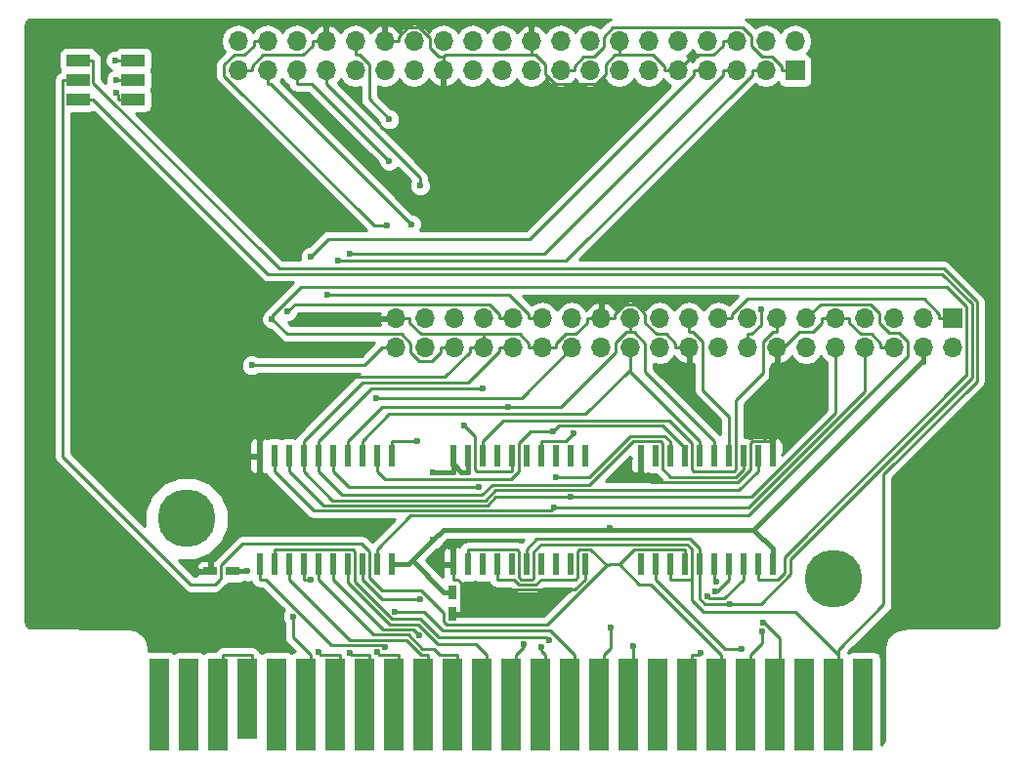
<source format=gbr>
G04 #@! TF.FileFunction,Copper,L1,Top,Mixed*
%FSLAX46Y46*%
G04 Gerber Fmt 4.6, Leading zero omitted, Abs format (unit mm)*
G04 Created by KiCad (PCBNEW 4.0.7) date 03/28/18 23:50:47*
%MOMM*%
%LPD*%
G01*
G04 APERTURE LIST*
%ADD10C,0.100000*%
%ADD11C,5.000000*%
%ADD12R,1.800000X8.000000*%
%ADD13R,1.800000X7.000000*%
%ADD14R,1.700000X1.700000*%
%ADD15O,1.700000X1.700000*%
%ADD16R,0.600000X1.950000*%
%ADD17R,0.750000X1.200000*%
%ADD18R,1.200000X0.750000*%
%ADD19R,2.000000X1.100000*%
%ADD20C,0.600000*%
%ADD21C,0.250000*%
%ADD22C,0.400000*%
%ADD23C,0.254000*%
G04 APERTURE END LIST*
D10*
D11*
X184952640Y-98897440D03*
D12*
X187568840Y-109827440D03*
X185028840Y-109827440D03*
X182488840Y-109827440D03*
X179948840Y-109827440D03*
X177408840Y-109827440D03*
X174868840Y-109827440D03*
X172328840Y-109827440D03*
X169788840Y-109827440D03*
X167248840Y-109827440D03*
X164708840Y-109827440D03*
X162168840Y-109827440D03*
X159628840Y-109827440D03*
X157088840Y-109827440D03*
X154548840Y-109827440D03*
X152008840Y-109827440D03*
X149468840Y-109827440D03*
X146928840Y-109827440D03*
X144388840Y-109827440D03*
X141848840Y-109827440D03*
X139308840Y-109827440D03*
X136768840Y-109827440D03*
D13*
X134223760Y-109334680D03*
D12*
X131688840Y-109827440D03*
X129148840Y-109827440D03*
X126608840Y-109827440D03*
D11*
X128953260Y-93695520D03*
D14*
X181661000Y-54813200D03*
D15*
X181661000Y-52273200D03*
X179121000Y-54813200D03*
X179121000Y-52273200D03*
X176581000Y-54813200D03*
X176581000Y-52273200D03*
X174041000Y-54813200D03*
X174041000Y-52273200D03*
X171501000Y-54813200D03*
X171501000Y-52273200D03*
X168961000Y-54813200D03*
X168961000Y-52273200D03*
X166421000Y-54813200D03*
X166421000Y-52273200D03*
X163881000Y-54813200D03*
X163881000Y-52273200D03*
X161341000Y-54813200D03*
X161341000Y-52273200D03*
X158801000Y-54813200D03*
X158801000Y-52273200D03*
X156261000Y-54813200D03*
X156261000Y-52273200D03*
X153721000Y-54813200D03*
X153721000Y-52273200D03*
X151181000Y-54813200D03*
X151181000Y-52273200D03*
X148641000Y-54813200D03*
X148641000Y-52273200D03*
X146101000Y-54813200D03*
X146101000Y-52273200D03*
X143561000Y-54813200D03*
X143561000Y-52273200D03*
X141021000Y-54813200D03*
X141021000Y-52273200D03*
X138481000Y-54813200D03*
X138481000Y-52273200D03*
X135941000Y-54813200D03*
X135941000Y-52273200D03*
X133401000Y-54813200D03*
X133401000Y-52273200D03*
D14*
X195326000Y-76327000D03*
D15*
X195326000Y-78867000D03*
X192786000Y-76327000D03*
X192786000Y-78867000D03*
X190246000Y-76327000D03*
X190246000Y-78867000D03*
X187706000Y-76327000D03*
X187706000Y-78867000D03*
X185166000Y-76327000D03*
X185166000Y-78867000D03*
X182626000Y-76327000D03*
X182626000Y-78867000D03*
X180086000Y-76327000D03*
X180086000Y-78867000D03*
X177546000Y-76327000D03*
X177546000Y-78867000D03*
X175006000Y-76327000D03*
X175006000Y-78867000D03*
X172466000Y-76327000D03*
X172466000Y-78867000D03*
X169926000Y-76327000D03*
X169926000Y-78867000D03*
X167386000Y-76327000D03*
X167386000Y-78867000D03*
X164846000Y-76327000D03*
X164846000Y-78867000D03*
X162306000Y-76327000D03*
X162306000Y-78867000D03*
X159766000Y-76327000D03*
X159766000Y-78867000D03*
X157226000Y-76327000D03*
X157226000Y-78867000D03*
X154686000Y-76327000D03*
X154686000Y-78867000D03*
X152146000Y-76327000D03*
X152146000Y-78867000D03*
X149606000Y-76327000D03*
X149606000Y-78867000D03*
X147066000Y-76327000D03*
X147066000Y-78867000D03*
D16*
X179705000Y-88264000D03*
X178435000Y-88264000D03*
X177165000Y-88264000D03*
X175895000Y-88264000D03*
X174625000Y-88264000D03*
X173355000Y-88264000D03*
X172085000Y-88264000D03*
X170815000Y-88264000D03*
X169545000Y-88264000D03*
X168275000Y-88264000D03*
X168275000Y-97664000D03*
X169545000Y-97664000D03*
X170815000Y-97664000D03*
X172085000Y-97664000D03*
X173355000Y-97664000D03*
X174625000Y-97664000D03*
X175895000Y-97664000D03*
X177165000Y-97664000D03*
X178435000Y-97664000D03*
X179705000Y-97664000D03*
X146685000Y-88264000D03*
X145415000Y-88264000D03*
X144145000Y-88264000D03*
X142875000Y-88264000D03*
X141605000Y-88264000D03*
X140335000Y-88264000D03*
X139065000Y-88264000D03*
X137795000Y-88264000D03*
X136525000Y-88264000D03*
X135255000Y-88264000D03*
X135255000Y-97664000D03*
X136525000Y-97664000D03*
X137795000Y-97664000D03*
X139065000Y-97664000D03*
X140335000Y-97664000D03*
X141605000Y-97664000D03*
X142875000Y-97664000D03*
X144145000Y-97664000D03*
X145415000Y-97664000D03*
X146685000Y-97664000D03*
D17*
X151994000Y-100066000D03*
X151994000Y-101966000D03*
D18*
X132903000Y-98272600D03*
X131003000Y-98272600D03*
D16*
X152019000Y-97664000D03*
X153289000Y-97664000D03*
X154559000Y-97664000D03*
X155829000Y-97664000D03*
X157099000Y-97664000D03*
X158369000Y-97664000D03*
X159639000Y-97664000D03*
X160909000Y-97664000D03*
X162179000Y-97664000D03*
X163449000Y-97664000D03*
X163449000Y-88264000D03*
X162179000Y-88264000D03*
X160909000Y-88264000D03*
X159639000Y-88264000D03*
X158369000Y-88264000D03*
X157099000Y-88264000D03*
X155829000Y-88264000D03*
X154559000Y-88264000D03*
X153289000Y-88264000D03*
X152019000Y-88264000D03*
D19*
X119520000Y-53926000D03*
X119520000Y-55626000D03*
X119520000Y-57326000D03*
X124320000Y-57326000D03*
X124320000Y-55626000D03*
X124320000Y-53926000D03*
D20*
X185470800Y-69850000D03*
X126255600Y-78994000D03*
X167993900Y-89892400D03*
X151810900Y-96155600D03*
X150316300Y-95502600D03*
X134222000Y-98272600D03*
X150290900Y-89660500D03*
X165638500Y-94467400D03*
X143076800Y-70680600D03*
X139654100Y-70993300D03*
X137652000Y-75746400D03*
X145379500Y-83217800D03*
X142024300Y-71340300D03*
X141173500Y-74252400D03*
X178860900Y-102681000D03*
X178824100Y-103481400D03*
X175995900Y-101076900D03*
X174749000Y-100001200D03*
X174831000Y-99170200D03*
X173482500Y-105327000D03*
X174056700Y-100451500D03*
X167629800Y-104763200D03*
X165703600Y-103144200D03*
X160337200Y-104213500D03*
X146115500Y-104845400D03*
X147008000Y-101789800D03*
X159704800Y-104849700D03*
X158179300Y-104592400D03*
X149134500Y-100714200D03*
X149051400Y-103787200D03*
X139700000Y-99026100D03*
X145415000Y-105296500D03*
X143096000Y-105313800D03*
X140335000Y-105291300D03*
X138137600Y-102179400D03*
X154235400Y-90976800D03*
X156828600Y-84000200D03*
X162179000Y-91820700D03*
X146499000Y-59053500D03*
X160687100Y-86132400D03*
X149179000Y-64815500D03*
X154573300Y-82389700D03*
X160736300Y-92764900D03*
X160909000Y-90066200D03*
X177044600Y-105033100D03*
X178721400Y-75566900D03*
X162507400Y-86285600D03*
X146457700Y-62655600D03*
X136330700Y-76371800D03*
X148371900Y-68139800D03*
X152992500Y-85644300D03*
X146333400Y-68237200D03*
X148913300Y-86963700D03*
X134576300Y-80389200D03*
X122818900Y-56772200D03*
X122812800Y-55626000D03*
X122792500Y-53926000D03*
D21*
X126255600Y-78994000D02*
X126263400Y-78994000D01*
X189070700Y-78499600D02*
X189070700Y-78867000D01*
X188262800Y-77691700D02*
X189070700Y-78499600D01*
X187338600Y-77691700D02*
X188262800Y-77691700D01*
X186341300Y-76694400D02*
X187338600Y-77691700D01*
X186341300Y-76327000D02*
X186341300Y-76694400D01*
X185166000Y-76327000D02*
X186341300Y-76327000D01*
X190246000Y-78867000D02*
X189070700Y-78867000D01*
X147066000Y-76327000D02*
X148241300Y-76327000D01*
X160941300Y-78499600D02*
X160941300Y-78867000D01*
X161749200Y-77691700D02*
X160941300Y-78499600D01*
X162673400Y-77691700D02*
X161749200Y-77691700D01*
X163670700Y-76694400D02*
X162673400Y-77691700D01*
X163670700Y-76327000D02*
X163670700Y-76694400D01*
X164846000Y-76327000D02*
X163670700Y-76327000D01*
X159766000Y-78867000D02*
X158590700Y-78867000D01*
X159766000Y-78867000D02*
X160941300Y-78867000D01*
X151994000Y-101966000D02*
X152694300Y-101966000D01*
X152019000Y-97664000D02*
X152019000Y-98964300D01*
X163449000Y-97664000D02*
X163449000Y-98964300D01*
X149238600Y-77691700D02*
X154686000Y-77691700D01*
X148241300Y-76694400D02*
X149238600Y-77691700D01*
X148241300Y-76327000D02*
X148241300Y-76694400D01*
X154686000Y-78867000D02*
X154686000Y-77691700D01*
X153510700Y-79234300D02*
X153510700Y-78867000D01*
X151330900Y-81414100D02*
X153510700Y-79234300D01*
X140804600Y-81414100D02*
X151330900Y-81414100D01*
X135255000Y-86963700D02*
X140804600Y-81414100D01*
X158590700Y-78499600D02*
X158590700Y-78867000D01*
X157782800Y-77691700D02*
X158590700Y-78499600D01*
X154686000Y-77691700D02*
X157782800Y-77691700D01*
X154686000Y-78867000D02*
X153510700Y-78867000D01*
X179705000Y-88264000D02*
X179705000Y-87163800D01*
X168275000Y-88264000D02*
X168275000Y-89564300D01*
X166021300Y-75959600D02*
X166021300Y-76327000D01*
X166829200Y-75151700D02*
X166021300Y-75959600D01*
X167884700Y-75151700D02*
X166829200Y-75151700D01*
X168656000Y-75923000D02*
X167884700Y-75151700D01*
X168656000Y-76721200D02*
X168656000Y-75923000D01*
X169626500Y-77691700D02*
X168656000Y-76721200D01*
X170482800Y-77691700D02*
X169626500Y-77691700D01*
X171290700Y-78499600D02*
X170482800Y-77691700D01*
X171290700Y-78867000D02*
X171290700Y-78499600D01*
X172466000Y-78867000D02*
X171290700Y-78867000D01*
X164846000Y-76327000D02*
X166021300Y-76327000D01*
X167993900Y-89892400D02*
X168298500Y-89587800D01*
X168275000Y-89564300D02*
X168298500Y-89587800D01*
X139845700Y-52640600D02*
X139845700Y-52273200D01*
X139037800Y-53448500D02*
X139845700Y-52640600D01*
X135573600Y-53448500D02*
X139037800Y-53448500D01*
X134576300Y-54445800D02*
X135573600Y-53448500D01*
X134576300Y-54813200D02*
X134576300Y-54445800D01*
X133401000Y-54813200D02*
X134576300Y-54813200D01*
X141021000Y-52273200D02*
X139845700Y-52273200D01*
X152019000Y-97664000D02*
X152019000Y-96363700D01*
X151810900Y-96155600D02*
X152019000Y-96363700D01*
X176581000Y-52273200D02*
X175405700Y-52273200D01*
X179504800Y-80623500D02*
X180086000Y-80042300D01*
X179504800Y-86963600D02*
X179504800Y-80623500D01*
X177994400Y-86963600D02*
X179504800Y-86963600D01*
X177790400Y-87167600D02*
X177994400Y-86963600D01*
X177790400Y-89407700D02*
X177790400Y-87167600D01*
X176687700Y-90510400D02*
X177790400Y-89407700D01*
X169221100Y-90510400D02*
X176687700Y-90510400D01*
X168298500Y-89587800D02*
X169221100Y-90510400D01*
X179504800Y-86963600D02*
X179705000Y-87163800D01*
X180086000Y-78867000D02*
X180086000Y-79454600D01*
X180086000Y-79454600D02*
X180086000Y-80042300D01*
X183990700Y-76694400D02*
X183990700Y-76327000D01*
X183182800Y-77502300D02*
X183990700Y-76694400D01*
X182038300Y-77502300D02*
X183182800Y-77502300D01*
X180086000Y-79454600D02*
X182038300Y-77502300D01*
X185166000Y-76327000D02*
X183990700Y-76327000D01*
X135255000Y-87613800D02*
X135255000Y-86963700D01*
X135255000Y-87613800D02*
X135255000Y-88264000D01*
X135255000Y-93320300D02*
X131003000Y-97572300D01*
X135255000Y-88264000D02*
X135255000Y-93320300D01*
X131003000Y-98272600D02*
X131003000Y-97572300D01*
X166053600Y-53448500D02*
X166421000Y-53448500D01*
X165245700Y-54256400D02*
X166053600Y-53448500D01*
X165245700Y-55172700D02*
X165245700Y-54256400D01*
X164429800Y-55988600D02*
X165245700Y-55172700D01*
X160835100Y-55988600D02*
X164429800Y-55988600D01*
X159976300Y-55129800D02*
X160835100Y-55988600D01*
X159976300Y-54256400D02*
X159976300Y-55129800D01*
X159168400Y-53448500D02*
X159976300Y-54256400D01*
X158801000Y-53448500D02*
X159168400Y-53448500D01*
X158801000Y-52273200D02*
X158801000Y-53448500D01*
X150813600Y-53637900D02*
X151181000Y-53637900D01*
X150005700Y-52830000D02*
X150813600Y-53637900D01*
X150005700Y-51973000D02*
X150005700Y-52830000D01*
X149110600Y-51077900D02*
X150005700Y-51973000D01*
X148104300Y-51077900D02*
X149110600Y-51077900D01*
X147276300Y-51905900D02*
X148104300Y-51077900D01*
X147276300Y-52273200D02*
X147276300Y-51905900D01*
X146101000Y-52273200D02*
X147276300Y-52273200D01*
X151181000Y-54813200D02*
X151181000Y-53750500D01*
X151181000Y-53750500D02*
X151181000Y-53637900D01*
X151370400Y-53448500D02*
X158801000Y-53448500D01*
X151181000Y-53637900D02*
X151370400Y-53448500D01*
X166421000Y-52273200D02*
X166421000Y-53335900D01*
X166421000Y-53335900D02*
X166421000Y-53448500D01*
X169328300Y-53448500D02*
X166421000Y-53448500D01*
X170325700Y-54445900D02*
X169328300Y-53448500D01*
X170325700Y-54813200D02*
X170325700Y-54445900D01*
X175405700Y-52640600D02*
X175405700Y-52273200D01*
X174597800Y-53448500D02*
X175405700Y-52640600D01*
X172865700Y-53448500D02*
X174597800Y-53448500D01*
X171501000Y-54813200D02*
X172865700Y-53448500D01*
X171501000Y-54813200D02*
X170325700Y-54813200D01*
X162548400Y-99864900D02*
X163449000Y-98964300D01*
X152694300Y-99864900D02*
X162548400Y-99864900D01*
X152694300Y-101966000D02*
X152694300Y-99864900D01*
X152396900Y-98964300D02*
X152019000Y-98964300D01*
X152694300Y-99261700D02*
X152396900Y-98964300D01*
X152694300Y-99864900D02*
X152694300Y-99261700D01*
D22*
X151994000Y-100066000D02*
X151218700Y-100066000D01*
X151218700Y-100066000D02*
X148485800Y-97333100D01*
X148154900Y-97664000D02*
X146685000Y-97664000D01*
X148485800Y-97333100D02*
X148154900Y-97664000D01*
X132903000Y-98272600D02*
X133903300Y-98272600D01*
X133903300Y-98272600D02*
X134222000Y-98272600D01*
X152019000Y-88264000D02*
X152019000Y-88951600D01*
X152019000Y-88951600D02*
X152019000Y-89639300D01*
X152706700Y-89639300D02*
X153289000Y-89639300D01*
X152019000Y-88951600D02*
X152706700Y-89639300D01*
X153289000Y-88264000D02*
X153289000Y-89639300D01*
X150312100Y-89639300D02*
X150290900Y-89660500D01*
X152019000Y-89639300D02*
X150312100Y-89639300D01*
X148485800Y-97333100D02*
X150316300Y-95502600D01*
X151169700Y-94649200D02*
X165638500Y-94649200D01*
X150316300Y-95502600D02*
X151169700Y-94649200D01*
X165638500Y-94649200D02*
X165638500Y-94467400D01*
X179705000Y-97664000D02*
X179705000Y-96288700D01*
X192597400Y-80117300D02*
X178065500Y-94649200D01*
X192786000Y-80117300D02*
X192597400Y-80117300D01*
X165638500Y-94649200D02*
X178065500Y-94649200D01*
X178065500Y-94649200D02*
X179705000Y-96288700D01*
X192786000Y-78867000D02*
X192786000Y-80117300D01*
D21*
X175405700Y-55180500D02*
X175405700Y-54813200D01*
X159905600Y-70680600D02*
X175405700Y-55180500D01*
X143076800Y-70680600D02*
X159905600Y-70680600D01*
X176581000Y-54813200D02*
X175405700Y-54813200D01*
X172865700Y-55180500D02*
X172865700Y-54813200D01*
X158621800Y-69424400D02*
X172865700Y-55180500D01*
X141223000Y-69424400D02*
X158621800Y-69424400D01*
X139654100Y-70993300D02*
X141223000Y-69424400D01*
X174041000Y-54813200D02*
X172865700Y-54813200D01*
X157226000Y-76327000D02*
X156050700Y-76327000D01*
X138305100Y-75093300D02*
X137652000Y-75746400D01*
X155184400Y-75093300D02*
X138305100Y-75093300D01*
X156050700Y-75959600D02*
X155184400Y-75093300D01*
X156050700Y-76327000D02*
X156050700Y-75959600D01*
X157955200Y-83217800D02*
X145379500Y-83217800D01*
X162306000Y-78867000D02*
X157955200Y-83217800D01*
X177945700Y-55180500D02*
X177945700Y-54813200D01*
X161785900Y-71340300D02*
X177945700Y-55180500D01*
X142024300Y-71340300D02*
X161785900Y-71340300D01*
X179121000Y-54813200D02*
X177945700Y-54813200D01*
X159766000Y-76327000D02*
X158590700Y-76327000D01*
X156883400Y-74252400D02*
X141173500Y-74252400D01*
X158590700Y-75959700D02*
X156883400Y-74252400D01*
X158590700Y-76327000D02*
X158590700Y-75959700D01*
X180329800Y-109827400D02*
X180329800Y-105502100D01*
X180329800Y-104049100D02*
X180329800Y-105502100D01*
X178961700Y-102681000D02*
X180329800Y-104049100D01*
X178860900Y-102681000D02*
X178961700Y-102681000D01*
X177789800Y-109827400D02*
X177789800Y-105502100D01*
X178824100Y-104467800D02*
X177789800Y-105502100D01*
X178824100Y-103481400D02*
X178824100Y-104467800D01*
X196981100Y-81508600D02*
X196977000Y-81508600D01*
X181279800Y-97205800D02*
X181279800Y-98522400D01*
X196977000Y-81508600D02*
X181279800Y-97205800D01*
X119520000Y-57326000D02*
X120845300Y-57326000D01*
X173355000Y-100640200D02*
X173355000Y-98964300D01*
X173791700Y-101076900D02*
X173355000Y-100640200D01*
X175995900Y-101076900D02*
X173791700Y-101076900D01*
X178725300Y-101076900D02*
X175995900Y-101076900D01*
X181279800Y-98522400D02*
X178725300Y-101076900D01*
X196981100Y-75062600D02*
X196981100Y-81508600D01*
X194368900Y-72450400D02*
X196981100Y-75062600D01*
X135969700Y-72450400D02*
X194368900Y-72450400D01*
X120845300Y-57326000D02*
X135969700Y-72450400D01*
X173355000Y-98314100D02*
X173355000Y-98964300D01*
X173355000Y-98314100D02*
X173355000Y-97664000D01*
X173355000Y-97664000D02*
X173355000Y-96363700D01*
X158369000Y-97664000D02*
X158369000Y-96363700D01*
X159276300Y-95456400D02*
X158369000Y-96363700D01*
X172522600Y-95456400D02*
X159276300Y-95456400D01*
X173355000Y-96288800D02*
X172522600Y-95456400D01*
X173355000Y-96363700D02*
X173355000Y-96288800D01*
X118194700Y-86951300D02*
X118194700Y-88298900D01*
X131356000Y-99415600D02*
X131779000Y-98992600D01*
X129311400Y-99415600D02*
X131356000Y-99415600D01*
X118194700Y-88298900D02*
X129311400Y-99415600D01*
X175249800Y-109827400D02*
X175249800Y-105502100D01*
X155829000Y-97664000D02*
X155829000Y-98964300D01*
X119520000Y-55626000D02*
X118194700Y-55626000D01*
X160194300Y-102891400D02*
X165333900Y-97751800D01*
X131779000Y-98992600D02*
X131928400Y-98843200D01*
X131928400Y-98843200D02*
X131928400Y-97739200D01*
X131928400Y-97739200D02*
X133789700Y-95877900D01*
X133789700Y-95877900D02*
X144115000Y-95877900D01*
X144115000Y-95877900D02*
X144782000Y-96544900D01*
X144782000Y-96544900D02*
X144782000Y-98813200D01*
X144782000Y-98813200D02*
X145850800Y-99882000D01*
X145850800Y-99882000D02*
X149221100Y-99882000D01*
X149221100Y-99882000D02*
X151230800Y-101891700D01*
X151230800Y-101891700D02*
X151230800Y-102641500D01*
X151230800Y-102641500D02*
X151480700Y-102891400D01*
X151480700Y-102891400D02*
X160194300Y-102891400D01*
X118194700Y-55626000D02*
X118194700Y-86951300D01*
X172085000Y-97664000D02*
X172085000Y-96363700D01*
X167738400Y-96363700D02*
X172085000Y-96363700D01*
X166437700Y-97664400D02*
X167738400Y-96363700D01*
X166437600Y-97664400D02*
X166437700Y-97664400D01*
X165638000Y-97664400D02*
X166437600Y-97664400D01*
X165550600Y-97751800D02*
X165638000Y-97664400D01*
X165333900Y-97751800D02*
X165550600Y-97751800D01*
X169144900Y-99397200D02*
X175249800Y-105502100D01*
X168170400Y-99397200D02*
X169144900Y-99397200D01*
X166437700Y-97664400D02*
X168170400Y-99397200D01*
X163945700Y-96363700D02*
X165333900Y-97751800D01*
X163006100Y-96363700D02*
X163945700Y-96363700D01*
X162804400Y-96565400D02*
X163006100Y-96363700D01*
X162804400Y-98773700D02*
X162804400Y-96565400D01*
X162613800Y-98964300D02*
X162804400Y-98773700D01*
X159640800Y-98964300D02*
X162613800Y-98964300D01*
X159190500Y-99414600D02*
X159640800Y-98964300D01*
X157747600Y-99414600D02*
X159190500Y-99414600D01*
X157297300Y-98964300D02*
X157747600Y-99414600D01*
X155829000Y-98964300D02*
X157297300Y-98964300D01*
X175895000Y-97664000D02*
X175895000Y-98964300D01*
X174888800Y-100001200D02*
X174749000Y-100001200D01*
X175895000Y-98995000D02*
X174888800Y-100001200D01*
X175895000Y-98964300D02*
X175895000Y-98995000D01*
X172709800Y-109827400D02*
X172709800Y-105502100D01*
X173307400Y-105502100D02*
X172709800Y-105502100D01*
X173482500Y-105327000D02*
X173307400Y-105502100D01*
X174625000Y-97664000D02*
X174625000Y-98964300D01*
X174830900Y-99170200D02*
X174831000Y-99170200D01*
X174625000Y-98964300D02*
X174830900Y-99170200D01*
X177165000Y-97664000D02*
X177165000Y-98964300D01*
X174231800Y-100626600D02*
X174056700Y-100451500D01*
X175502700Y-100626600D02*
X174231800Y-100626600D01*
X177165000Y-98964300D02*
X175502700Y-100626600D01*
X167629800Y-104763200D02*
X167629800Y-109827400D01*
X165703600Y-104888300D02*
X165089800Y-105502100D01*
X165703600Y-103144200D02*
X165703600Y-104888300D01*
X165089800Y-109827400D02*
X165089800Y-105502100D01*
X136525000Y-97664000D02*
X136525000Y-96363700D01*
X160090800Y-103967100D02*
X160337200Y-104213500D01*
X150752800Y-103967100D02*
X160090800Y-103967100D01*
X149200900Y-102415200D02*
X150752800Y-103967100D01*
X146723900Y-102415200D02*
X149200900Y-102415200D01*
X143512000Y-99203300D02*
X146723900Y-102415200D01*
X143512000Y-96565900D02*
X143512000Y-99203300D01*
X143309800Y-96363700D02*
X143512000Y-96565900D01*
X136525000Y-96363700D02*
X143309800Y-96363700D01*
X162549800Y-109827400D02*
X162549800Y-105502100D01*
X135255000Y-97664000D02*
X135255000Y-98964300D01*
X160476900Y-103429200D02*
X162549800Y-105502100D01*
X151131700Y-103429200D02*
X160476900Y-103429200D01*
X149492300Y-101789800D02*
X151131700Y-103429200D01*
X147008000Y-101789800D02*
X149492300Y-101789800D01*
X135806900Y-98964300D02*
X135255000Y-98964300D01*
X141509400Y-104666800D02*
X135806900Y-98964300D01*
X145936900Y-104666800D02*
X141509400Y-104666800D01*
X146115500Y-104845400D02*
X145936900Y-104666800D01*
X160009800Y-109827400D02*
X160009800Y-105502100D01*
X159704800Y-105197100D02*
X159704800Y-104849700D01*
X160009800Y-105502100D02*
X159704800Y-105197100D01*
X157469800Y-109827400D02*
X157469800Y-105502100D01*
X158179300Y-104792600D02*
X158179300Y-104592400D01*
X157469800Y-105502100D02*
X158179300Y-104792600D01*
X145894900Y-100714200D02*
X144145000Y-98964300D01*
X149134500Y-100714200D02*
X145894900Y-100714200D01*
X144145000Y-97664000D02*
X144145000Y-98964300D01*
X142875000Y-97664000D02*
X142875000Y-98964300D01*
X154929800Y-109827400D02*
X154929800Y-105502100D01*
X153980000Y-104552300D02*
X154929800Y-105502100D01*
X150701100Y-104552300D02*
X153980000Y-104552300D01*
X149014300Y-102865500D02*
X150701100Y-104552300D01*
X146512600Y-102865500D02*
X149014300Y-102865500D01*
X142875000Y-99227900D02*
X146512600Y-102865500D01*
X142875000Y-98964300D02*
X142875000Y-99227900D01*
X141605000Y-97664000D02*
X141605000Y-98964300D01*
X148580000Y-103315800D02*
X149051400Y-103787200D01*
X145956500Y-103315800D02*
X148580000Y-103315800D01*
X141605000Y-98964300D02*
X145956500Y-103315800D01*
X140335000Y-97664000D02*
X140335000Y-98964300D01*
X152389800Y-109827400D02*
X152389800Y-105502100D01*
X150881900Y-105502100D02*
X152389800Y-105502100D01*
X150358900Y-104979100D02*
X150881900Y-105502100D01*
X149359000Y-104979100D02*
X150358900Y-104979100D01*
X148146000Y-103766100D02*
X149359000Y-104979100D01*
X145136800Y-103766100D02*
X148146000Y-103766100D01*
X140335000Y-98964300D02*
X145136800Y-103766100D01*
X139638200Y-98964300D02*
X139700000Y-99026100D01*
X139065000Y-98964300D02*
X139638200Y-98964300D01*
X139065000Y-97664000D02*
X139065000Y-98964300D01*
X149849800Y-109827400D02*
X149849800Y-105502100D01*
X137795000Y-97664000D02*
X137795000Y-98964300D01*
X149245100Y-105502100D02*
X149849800Y-105502100D01*
X147959400Y-104216400D02*
X149245100Y-105502100D01*
X143047100Y-104216400D02*
X147959400Y-104216400D01*
X137795000Y-98964300D02*
X143047100Y-104216400D01*
X147309800Y-109827400D02*
X147309800Y-105502100D01*
X145620600Y-105502100D02*
X147309800Y-105502100D01*
X145415000Y-105296500D02*
X145620600Y-105502100D01*
X143284300Y-105502100D02*
X144769800Y-105502100D01*
X143096000Y-105313800D02*
X143284300Y-105502100D01*
X144769800Y-109827400D02*
X144769800Y-105502100D01*
X142229800Y-109827400D02*
X142229800Y-105502100D01*
X140545800Y-105502100D02*
X140335000Y-105291300D01*
X142229800Y-105502100D02*
X140545800Y-105502100D01*
X138137600Y-103949900D02*
X139689800Y-105502100D01*
X138137600Y-102179400D02*
X138137600Y-103949900D01*
X139689800Y-109827400D02*
X139689800Y-105502100D01*
X162516300Y-54445800D02*
X162516300Y-54813200D01*
X163324200Y-53637900D02*
X162516300Y-54445800D01*
X164217300Y-53637900D02*
X163324200Y-53637900D01*
X165056400Y-52798800D02*
X164217300Y-53637900D01*
X165056400Y-51891900D02*
X165056400Y-52798800D01*
X165864000Y-51084300D02*
X165056400Y-51891900D01*
X177120900Y-51084300D02*
X165864000Y-51084300D01*
X177851000Y-51814400D02*
X177120900Y-51084300D01*
X177851000Y-52704200D02*
X177851000Y-51814400D01*
X178784700Y-53637900D02*
X177851000Y-52704200D01*
X179677800Y-53637900D02*
X178784700Y-53637900D01*
X180485700Y-54445800D02*
X179677800Y-53637900D01*
X180485700Y-54813200D02*
X180485700Y-54445800D01*
X181661000Y-54813200D02*
X180485700Y-54813200D01*
X161341000Y-54813200D02*
X162516300Y-54813200D01*
X176181300Y-75959700D02*
X176181300Y-76327000D01*
X177504600Y-74636400D02*
X176181300Y-75959700D01*
X192827400Y-74636400D02*
X177504600Y-74636400D01*
X194150700Y-75959700D02*
X192827400Y-74636400D01*
X194150700Y-76327000D02*
X194150700Y-75959700D01*
X195326000Y-76327000D02*
X194150700Y-76327000D01*
X175006000Y-76327000D02*
X176181300Y-76327000D01*
X144145000Y-88264000D02*
X144145000Y-86963700D01*
X173355000Y-88264000D02*
X173355000Y-86963700D01*
X173355000Y-86963700D02*
X167268600Y-80877200D01*
X163508100Y-84637700D02*
X167268600Y-80877200D01*
X146471000Y-84637700D02*
X163508100Y-84637700D01*
X144145000Y-86963700D02*
X146471000Y-84637700D01*
X167386000Y-80759800D02*
X167386000Y-78867000D01*
X167268600Y-80877200D02*
X167386000Y-80759800D01*
X143017500Y-90976800D02*
X154235400Y-90976800D01*
X141605000Y-89564300D02*
X143017500Y-90976800D01*
X141605000Y-88264000D02*
X141605000Y-89564300D01*
X175895000Y-84813700D02*
X175895000Y-88264000D01*
X173641300Y-82560000D02*
X175895000Y-84813700D01*
X173641300Y-78310200D02*
X173641300Y-82560000D01*
X172833400Y-77502300D02*
X173641300Y-78310200D01*
X172466000Y-77502300D02*
X172833400Y-77502300D01*
X172466000Y-76327000D02*
X172466000Y-77502300D01*
X174625000Y-88264000D02*
X174625000Y-86963700D01*
X167688800Y-77502300D02*
X167386000Y-77502300D01*
X168656000Y-78469500D02*
X167688800Y-77502300D01*
X168656000Y-80994700D02*
X168656000Y-78469500D01*
X174625000Y-86963700D02*
X168656000Y-80994700D01*
X167386000Y-76327000D02*
X167386000Y-77502300D01*
X142875000Y-88264000D02*
X142875000Y-86963700D01*
X145838500Y-84000200D02*
X156828600Y-84000200D01*
X142875000Y-86963700D02*
X145838500Y-84000200D01*
X167023500Y-77502300D02*
X167386000Y-77502300D01*
X166116000Y-78409800D02*
X167023500Y-77502300D01*
X166116000Y-79261200D02*
X166116000Y-78409800D01*
X161377000Y-84000200D02*
X166116000Y-79261200D01*
X156828600Y-84000200D02*
X161377000Y-84000200D01*
X137795000Y-88264000D02*
X137795000Y-89564300D01*
X185166000Y-78867000D02*
X185166000Y-80042300D01*
X185166000Y-84546800D02*
X185166000Y-80042300D01*
X177892100Y-91820700D02*
X185166000Y-84546800D01*
X162179000Y-91820700D02*
X177892100Y-91820700D01*
X155732600Y-91820700D02*
X162179000Y-91820700D01*
X155008900Y-92544400D02*
X155732600Y-91820700D01*
X140775100Y-92544400D02*
X155008900Y-92544400D01*
X137795000Y-89564300D02*
X140775100Y-92544400D01*
X139065000Y-88264000D02*
X139065000Y-86963700D01*
X157226000Y-78867000D02*
X156050700Y-78867000D01*
X178435000Y-88264000D02*
X178435000Y-89564300D01*
X139065000Y-88264000D02*
X139065000Y-89564300D01*
X143561000Y-52273200D02*
X143561000Y-53448500D01*
X144736300Y-57290800D02*
X146499000Y-59053500D01*
X144736300Y-54256400D02*
X144736300Y-57290800D01*
X143928400Y-53448500D02*
X144736300Y-54256400D01*
X143561000Y-53448500D02*
X143928400Y-53448500D01*
X144164200Y-81864500D02*
X139065000Y-86963700D01*
X153354500Y-81864500D02*
X144164200Y-81864500D01*
X156050700Y-79168300D02*
X153354500Y-81864500D01*
X156050700Y-78867000D02*
X156050700Y-79168300D01*
X176804000Y-91195300D02*
X178435000Y-89564300D01*
X155721100Y-91195300D02*
X176804000Y-91195300D01*
X154822300Y-92094100D02*
X155721100Y-91195300D01*
X141594800Y-92094100D02*
X154822300Y-92094100D01*
X139065000Y-89564300D02*
X141594800Y-92094100D01*
X145415000Y-88264000D02*
X145415000Y-89564300D01*
X172085000Y-87589100D02*
X172085000Y-88264000D01*
X170131100Y-85635200D02*
X172085000Y-87589100D01*
X161184300Y-85635200D02*
X170131100Y-85635200D01*
X160687100Y-86132400D02*
X161184300Y-85635200D01*
X158740000Y-86132400D02*
X160687100Y-86132400D01*
X157724400Y-87148000D02*
X158740000Y-86132400D01*
X157724400Y-89635600D02*
X157724400Y-87148000D01*
X157065400Y-90294600D02*
X157724400Y-89635600D01*
X146145300Y-90294600D02*
X157065400Y-90294600D01*
X145415000Y-89564300D02*
X146145300Y-90294600D01*
X149179000Y-64146500D02*
X141021000Y-55988500D01*
X149179000Y-64815500D02*
X149179000Y-64146500D01*
X141021000Y-54813200D02*
X141021000Y-55988500D01*
X177165000Y-89396100D02*
X177165000Y-88264000D01*
X176501000Y-90060100D02*
X177165000Y-89396100D01*
X170856700Y-90060100D02*
X176501000Y-90060100D01*
X170170400Y-89373800D02*
X170856700Y-90060100D01*
X170170400Y-87154300D02*
X170170400Y-89373800D01*
X169979800Y-86963700D02*
X170170400Y-87154300D01*
X167638900Y-86963700D02*
X169979800Y-86963700D01*
X163857600Y-90745000D02*
X167638900Y-86963700D01*
X155421700Y-90745000D02*
X163857600Y-90745000D01*
X154522900Y-91643800D02*
X155421700Y-90745000D01*
X142414500Y-91643800D02*
X154522900Y-91643800D01*
X140335000Y-89564300D02*
X142414500Y-91643800D01*
X140335000Y-88914100D02*
X140335000Y-89564300D01*
X140335000Y-88914100D02*
X140335000Y-88264000D01*
X140335000Y-88264000D02*
X140335000Y-86963700D01*
X144909000Y-82389700D02*
X154573300Y-82389700D01*
X140335000Y-86963700D02*
X144909000Y-82389700D01*
X136525000Y-88264000D02*
X136525000Y-89564300D01*
X187706000Y-78867000D02*
X187706000Y-80042300D01*
X170815000Y-88264000D02*
X170815000Y-86963700D01*
X160506500Y-92994700D02*
X160736300Y-92764900D01*
X139955400Y-92994700D02*
X160506500Y-92994700D01*
X136525000Y-89564300D02*
X139955400Y-92994700D01*
X187706000Y-82670700D02*
X187706000Y-80042300D01*
X177611800Y-92764900D02*
X187706000Y-82670700D01*
X160736300Y-92764900D02*
X177611800Y-92764900D01*
X163861100Y-90066200D02*
X160909000Y-90066200D01*
X167413900Y-86513400D02*
X163861100Y-90066200D01*
X170364700Y-86513400D02*
X167413900Y-86513400D01*
X170815000Y-86963700D02*
X170364700Y-86513400D01*
X189331600Y-91262200D02*
X189331600Y-89865200D01*
X189331600Y-89865200D02*
X197431500Y-81765300D01*
X185409800Y-105740200D02*
X185409800Y-105064600D01*
X189331600Y-101142800D02*
X189331600Y-91262200D01*
X185409800Y-105064600D02*
X189331600Y-101142800D01*
X185409800Y-109827400D02*
X185409800Y-105740200D01*
X185409800Y-105740200D02*
X185409800Y-105502100D01*
X119520000Y-53926000D02*
X120845300Y-53926000D01*
X197431500Y-74876100D02*
X197431500Y-81765300D01*
X194555500Y-72000100D02*
X197431500Y-74876100D01*
X136958000Y-72000100D02*
X194555500Y-72000100D01*
X120845300Y-55887400D02*
X136958000Y-72000100D01*
X120845300Y-53926000D02*
X120845300Y-55887400D01*
X170815000Y-97664000D02*
X170815000Y-98964300D01*
X181703700Y-101796000D02*
X185409800Y-105502100D01*
X181703700Y-101761500D02*
X181703700Y-101796000D01*
X153289000Y-97664000D02*
X153289000Y-96363700D01*
X172720000Y-98964300D02*
X170815000Y-98964300D01*
X172720000Y-100750200D02*
X172720000Y-98964300D01*
X173731300Y-101761500D02*
X172720000Y-100750200D01*
X181703700Y-101761500D02*
X173731300Y-101761500D01*
X157593100Y-96363700D02*
X153289000Y-96363700D01*
X157743600Y-96514200D02*
X157593100Y-96363700D01*
X157743600Y-98773700D02*
X157743600Y-96514200D01*
X157934200Y-98964300D02*
X157743600Y-98773700D01*
X158874600Y-98964300D02*
X157934200Y-98964300D01*
X159004000Y-98834900D02*
X158874600Y-98964300D01*
X159004000Y-96563900D02*
X159004000Y-98834900D01*
X159661200Y-95906700D02*
X159004000Y-96563900D01*
X172311900Y-95906700D02*
X159661200Y-95906700D01*
X172720000Y-96314800D02*
X172311900Y-95906700D01*
X172720000Y-98964300D02*
X172720000Y-96314800D01*
X134597500Y-105502100D02*
X134604800Y-105509400D01*
X132069800Y-105502100D02*
X134597500Y-105502100D01*
X132069800Y-109827400D02*
X132069800Y-105502100D01*
X134604800Y-109334700D02*
X134604800Y-105509400D01*
X169545000Y-97664000D02*
X169545000Y-98964300D01*
X175613800Y-105033100D02*
X177044600Y-105033100D01*
X169545000Y-98964300D02*
X175613800Y-105033100D01*
X145415000Y-97664000D02*
X145415000Y-96363700D01*
X183859800Y-75093200D02*
X182626000Y-76327000D01*
X188201000Y-75093200D02*
X183859800Y-75093200D01*
X188976000Y-75868200D02*
X188201000Y-75093200D01*
X188976000Y-76741200D02*
X188976000Y-75868200D01*
X189798400Y-77563600D02*
X188976000Y-76741200D01*
X190643600Y-77563600D02*
X189798400Y-77563600D01*
X191421400Y-78341400D02*
X190643600Y-77563600D01*
X191421400Y-79618300D02*
X191421400Y-78341400D01*
X177594700Y-93445000D02*
X191421400Y-79618300D01*
X148333700Y-93445000D02*
X177594700Y-93445000D01*
X145415000Y-96363700D02*
X148333700Y-93445000D01*
X179718600Y-77502300D02*
X180086000Y-77502300D01*
X178910700Y-78310200D02*
X179718600Y-77502300D01*
X178910700Y-81053400D02*
X178910700Y-78310200D01*
X176539600Y-83424500D02*
X178910700Y-81053400D01*
X176539600Y-89384600D02*
X176539600Y-83424500D01*
X176359800Y-89564400D02*
X176539600Y-89384600D01*
X172876700Y-89564400D02*
X176359800Y-89564400D01*
X172710400Y-89398100D02*
X172876700Y-89564400D01*
X172710400Y-87136600D02*
X172710400Y-89398100D01*
X170733600Y-85159800D02*
X172710400Y-87136600D01*
X156362900Y-85159800D02*
X170733600Y-85159800D01*
X154559000Y-86963700D02*
X156362900Y-85159800D01*
X154559000Y-88264000D02*
X154559000Y-86963700D01*
X180086000Y-76327000D02*
X180086000Y-77502300D01*
X177546000Y-78867000D02*
X177546000Y-77691700D01*
X178721400Y-76883600D02*
X178721400Y-75566900D01*
X177913300Y-77691700D02*
X178721400Y-76883600D01*
X177546000Y-77691700D02*
X177913300Y-77691700D01*
X159639000Y-88264000D02*
X159639000Y-86963700D01*
X161829300Y-86963700D02*
X162507400Y-86285600D01*
X159639000Y-86963700D02*
X161829300Y-86963700D01*
X138481000Y-54813200D02*
X138481000Y-55988500D01*
X139790600Y-55988500D02*
X146457700Y-62655600D01*
X138481000Y-55988500D02*
X139790600Y-55988500D01*
X180730650Y-97739200D02*
X180730650Y-97043750D01*
X196494400Y-81280000D02*
X196530700Y-81280000D01*
X196530700Y-81243700D02*
X196494400Y-81280000D01*
X180730650Y-97043750D02*
X196530700Y-81243700D01*
X180730650Y-98434650D02*
X180730650Y-97739200D01*
X178435000Y-97664000D02*
X178435000Y-98964300D01*
X136330700Y-76128600D02*
X136330700Y-76371800D01*
X138846000Y-73613300D02*
X136330700Y-76128600D01*
X194816700Y-73613300D02*
X138846000Y-73613300D01*
X196530700Y-75327300D02*
X194816700Y-73613300D01*
X196530700Y-81280000D02*
X196530700Y-75327300D01*
X180201000Y-98964300D02*
X180730650Y-98434650D01*
X178435000Y-98964300D02*
X180201000Y-98964300D01*
X150970700Y-79234400D02*
X150970700Y-78867000D01*
X150162800Y-80042300D02*
X150970700Y-79234400D01*
X149090600Y-80042300D02*
X150162800Y-80042300D01*
X148336000Y-79287700D02*
X149090600Y-80042300D01*
X148336000Y-78472800D02*
X148336000Y-79287700D01*
X147554700Y-77691500D02*
X148336000Y-78472800D01*
X137650400Y-77691500D02*
X147554700Y-77691500D01*
X136330700Y-76371800D02*
X137650400Y-77691500D01*
X152146000Y-78867000D02*
X150970700Y-78867000D01*
X136220600Y-55988500D02*
X135941000Y-55988500D01*
X148371900Y-68139800D02*
X136220600Y-55988500D01*
X135941000Y-54813200D02*
X135941000Y-55988500D01*
X153914300Y-86566100D02*
X152992500Y-85644300D01*
X153914300Y-89398100D02*
X153914300Y-86566100D01*
X154080500Y-89564300D02*
X153914300Y-89398100D01*
X157099000Y-89564300D02*
X154080500Y-89564300D01*
X157099000Y-88264000D02*
X157099000Y-89564300D01*
X134765700Y-52640600D02*
X134765700Y-52273200D01*
X133957800Y-53448500D02*
X134765700Y-52640600D01*
X133064500Y-53448500D02*
X133957800Y-53448500D01*
X132187600Y-54325400D02*
X133064500Y-53448500D01*
X132187600Y-55264000D02*
X132187600Y-54325400D01*
X145160800Y-68237200D02*
X132187600Y-55264000D01*
X146333400Y-68237200D02*
X145160800Y-68237200D01*
X135941000Y-52273200D02*
X134765700Y-52273200D01*
X146685000Y-88264000D02*
X146685000Y-86963700D01*
X146685000Y-86963700D02*
X148913300Y-86963700D01*
X144368500Y-80389200D02*
X134576300Y-80389200D01*
X145890700Y-78867000D02*
X144368500Y-80389200D01*
X147066000Y-78867000D02*
X145890700Y-78867000D01*
X124320000Y-57326000D02*
X122994700Y-57326000D01*
X122994700Y-56948000D02*
X122818900Y-56772200D01*
X122994700Y-57326000D02*
X122994700Y-56948000D01*
X124320000Y-55626000D02*
X122994700Y-55626000D01*
X122994700Y-55626000D02*
X122812800Y-55626000D01*
X124320000Y-53926000D02*
X122792500Y-53926000D01*
D23*
G36*
X199042377Y-50412811D02*
X199178341Y-50503658D01*
X199269189Y-50639622D01*
X199315000Y-50869931D01*
X199315000Y-102673069D01*
X199269189Y-102903378D01*
X199178341Y-103039342D01*
X199042377Y-103130189D01*
X198812073Y-103176000D01*
X191223900Y-103176000D01*
X191155313Y-103189643D01*
X191085385Y-103189643D01*
X190647978Y-103276649D01*
X190478252Y-103346952D01*
X190392038Y-103382663D01*
X190021222Y-103630433D01*
X189904171Y-103747485D01*
X189825333Y-103826323D01*
X189577562Y-104197138D01*
X189529861Y-104312299D01*
X189471548Y-104453079D01*
X189384543Y-104890485D01*
X189384543Y-104960413D01*
X189370900Y-105029000D01*
X189370900Y-112845769D01*
X189325089Y-113076078D01*
X189234241Y-113212042D01*
X189116280Y-113290860D01*
X189116280Y-105827440D01*
X189072002Y-105592123D01*
X188932930Y-105375999D01*
X188720730Y-105231009D01*
X188468840Y-105180000D01*
X186668840Y-105180000D01*
X186433523Y-105224278D01*
X186298263Y-105311316D01*
X186262394Y-105286808D01*
X189869001Y-101680201D01*
X190033748Y-101433639D01*
X190091600Y-101142800D01*
X190091600Y-90180002D01*
X197968901Y-82302701D01*
X198133648Y-82056140D01*
X198151070Y-81968552D01*
X198191500Y-81765300D01*
X198191500Y-74876100D01*
X198178930Y-74812907D01*
X198133648Y-74585260D01*
X197968901Y-74338699D01*
X195092901Y-71462699D01*
X194846339Y-71297952D01*
X194555500Y-71240100D01*
X162960902Y-71240100D01*
X178213442Y-55987560D01*
X178552715Y-56214254D01*
X179121000Y-56327293D01*
X179689285Y-56214254D01*
X180171054Y-55892347D01*
X180198850Y-55850748D01*
X180207838Y-55898517D01*
X180346910Y-56114641D01*
X180559110Y-56259631D01*
X180811000Y-56310640D01*
X182511000Y-56310640D01*
X182746317Y-56266362D01*
X182962441Y-56127290D01*
X183107431Y-55915090D01*
X183158440Y-55663200D01*
X183158440Y-53963200D01*
X183114162Y-53727883D01*
X182975090Y-53511759D01*
X182762890Y-53366769D01*
X182706546Y-53355359D01*
X182711054Y-53352347D01*
X183032961Y-52870578D01*
X183146000Y-52302293D01*
X183146000Y-52244107D01*
X183032961Y-51675822D01*
X182711054Y-51194053D01*
X182229285Y-50872146D01*
X181661000Y-50759107D01*
X181092715Y-50872146D01*
X180610946Y-51194053D01*
X180391000Y-51523226D01*
X180171054Y-51194053D01*
X179689285Y-50872146D01*
X179121000Y-50759107D01*
X178552715Y-50872146D01*
X178211524Y-51100122D01*
X177658301Y-50546899D01*
X177411739Y-50382152D01*
X177335565Y-50367000D01*
X198812073Y-50367000D01*
X199042377Y-50412811D01*
X199042377Y-50412811D01*
G37*
X199042377Y-50412811D02*
X199178341Y-50503658D01*
X199269189Y-50639622D01*
X199315000Y-50869931D01*
X199315000Y-102673069D01*
X199269189Y-102903378D01*
X199178341Y-103039342D01*
X199042377Y-103130189D01*
X198812073Y-103176000D01*
X191223900Y-103176000D01*
X191155313Y-103189643D01*
X191085385Y-103189643D01*
X190647978Y-103276649D01*
X190478252Y-103346952D01*
X190392038Y-103382663D01*
X190021222Y-103630433D01*
X189904171Y-103747485D01*
X189825333Y-103826323D01*
X189577562Y-104197138D01*
X189529861Y-104312299D01*
X189471548Y-104453079D01*
X189384543Y-104890485D01*
X189384543Y-104960413D01*
X189370900Y-105029000D01*
X189370900Y-112845769D01*
X189325089Y-113076078D01*
X189234241Y-113212042D01*
X189116280Y-113290860D01*
X189116280Y-105827440D01*
X189072002Y-105592123D01*
X188932930Y-105375999D01*
X188720730Y-105231009D01*
X188468840Y-105180000D01*
X186668840Y-105180000D01*
X186433523Y-105224278D01*
X186298263Y-105311316D01*
X186262394Y-105286808D01*
X189869001Y-101680201D01*
X190033748Y-101433639D01*
X190091600Y-101142800D01*
X190091600Y-90180002D01*
X197968901Y-82302701D01*
X198133648Y-82056140D01*
X198151070Y-81968552D01*
X198191500Y-81765300D01*
X198191500Y-74876100D01*
X198178930Y-74812907D01*
X198133648Y-74585260D01*
X197968901Y-74338699D01*
X195092901Y-71462699D01*
X194846339Y-71297952D01*
X194555500Y-71240100D01*
X162960902Y-71240100D01*
X178213442Y-55987560D01*
X178552715Y-56214254D01*
X179121000Y-56327293D01*
X179689285Y-56214254D01*
X180171054Y-55892347D01*
X180198850Y-55850748D01*
X180207838Y-55898517D01*
X180346910Y-56114641D01*
X180559110Y-56259631D01*
X180811000Y-56310640D01*
X182511000Y-56310640D01*
X182746317Y-56266362D01*
X182962441Y-56127290D01*
X183107431Y-55915090D01*
X183158440Y-55663200D01*
X183158440Y-53963200D01*
X183114162Y-53727883D01*
X182975090Y-53511759D01*
X182762890Y-53366769D01*
X182706546Y-53355359D01*
X182711054Y-53352347D01*
X183032961Y-52870578D01*
X183146000Y-52302293D01*
X183146000Y-52244107D01*
X183032961Y-51675822D01*
X182711054Y-51194053D01*
X182229285Y-50872146D01*
X181661000Y-50759107D01*
X181092715Y-50872146D01*
X180610946Y-51194053D01*
X180391000Y-51523226D01*
X180171054Y-51194053D01*
X179689285Y-50872146D01*
X179121000Y-50759107D01*
X178552715Y-50872146D01*
X178211524Y-51100122D01*
X177658301Y-50546899D01*
X177411739Y-50382152D01*
X177335565Y-50367000D01*
X198812073Y-50367000D01*
X199042377Y-50412811D01*
G36*
X165573161Y-50382152D02*
X165326599Y-50546899D01*
X164780225Y-51093273D01*
X164449285Y-50872146D01*
X163881000Y-50759107D01*
X163312715Y-50872146D01*
X162830946Y-51194053D01*
X162611000Y-51523226D01*
X162391054Y-51194053D01*
X161909285Y-50872146D01*
X161341000Y-50759107D01*
X160772715Y-50872146D01*
X160290946Y-51194053D01*
X160063298Y-51534753D01*
X159996183Y-51391842D01*
X159567924Y-51001555D01*
X159157890Y-50831724D01*
X158928000Y-50953045D01*
X158928000Y-52146200D01*
X158948000Y-52146200D01*
X158948000Y-52400200D01*
X158928000Y-52400200D01*
X158928000Y-52420200D01*
X158674000Y-52420200D01*
X158674000Y-52400200D01*
X158654000Y-52400200D01*
X158654000Y-52146200D01*
X158674000Y-52146200D01*
X158674000Y-50953045D01*
X158444110Y-50831724D01*
X158034076Y-51001555D01*
X157605817Y-51391842D01*
X157538702Y-51534753D01*
X157311054Y-51194053D01*
X156829285Y-50872146D01*
X156261000Y-50759107D01*
X155692715Y-50872146D01*
X155210946Y-51194053D01*
X154991000Y-51523226D01*
X154771054Y-51194053D01*
X154289285Y-50872146D01*
X153721000Y-50759107D01*
X153152715Y-50872146D01*
X152670946Y-51194053D01*
X152451000Y-51523226D01*
X152231054Y-51194053D01*
X151749285Y-50872146D01*
X151181000Y-50759107D01*
X150612715Y-50872146D01*
X150130946Y-51194053D01*
X149911000Y-51523226D01*
X149691054Y-51194053D01*
X149209285Y-50872146D01*
X148641000Y-50759107D01*
X148072715Y-50872146D01*
X147590946Y-51194053D01*
X147363298Y-51534753D01*
X147296183Y-51391842D01*
X146867924Y-51001555D01*
X146457890Y-50831724D01*
X146228000Y-50953045D01*
X146228000Y-52146200D01*
X146248000Y-52146200D01*
X146248000Y-52400200D01*
X146228000Y-52400200D01*
X146228000Y-52420200D01*
X145974000Y-52420200D01*
X145974000Y-52400200D01*
X145954000Y-52400200D01*
X145954000Y-52146200D01*
X145974000Y-52146200D01*
X145974000Y-50953045D01*
X145744110Y-50831724D01*
X145334076Y-51001555D01*
X144905817Y-51391842D01*
X144838702Y-51534753D01*
X144611054Y-51194053D01*
X144129285Y-50872146D01*
X143561000Y-50759107D01*
X142992715Y-50872146D01*
X142510946Y-51194053D01*
X142283298Y-51534753D01*
X142216183Y-51391842D01*
X141787924Y-51001555D01*
X141377890Y-50831724D01*
X141148000Y-50953045D01*
X141148000Y-52146200D01*
X141168000Y-52146200D01*
X141168000Y-52400200D01*
X141148000Y-52400200D01*
X141148000Y-52420200D01*
X140894000Y-52420200D01*
X140894000Y-52400200D01*
X140874000Y-52400200D01*
X140874000Y-52146200D01*
X140894000Y-52146200D01*
X140894000Y-50953045D01*
X140664110Y-50831724D01*
X140254076Y-51001555D01*
X139825817Y-51391842D01*
X139758702Y-51534753D01*
X139531054Y-51194053D01*
X139049285Y-50872146D01*
X138481000Y-50759107D01*
X137912715Y-50872146D01*
X137430946Y-51194053D01*
X137211000Y-51523226D01*
X136991054Y-51194053D01*
X136509285Y-50872146D01*
X135941000Y-50759107D01*
X135372715Y-50872146D01*
X134890946Y-51194053D01*
X134671000Y-51523226D01*
X134451054Y-51194053D01*
X133969285Y-50872146D01*
X133401000Y-50759107D01*
X132832715Y-50872146D01*
X132350946Y-51194053D01*
X132029039Y-51675822D01*
X131916000Y-52244107D01*
X131916000Y-52302293D01*
X132029039Y-52870578D01*
X132244764Y-53193434D01*
X131650199Y-53787999D01*
X131485452Y-54034561D01*
X131427600Y-54325400D01*
X131427600Y-55264000D01*
X131485452Y-55554839D01*
X131650199Y-55801401D01*
X144513198Y-68664400D01*
X141223000Y-68664400D01*
X140932161Y-68722252D01*
X140685599Y-68886999D01*
X139514420Y-70058178D01*
X139468933Y-70058138D01*
X139125157Y-70200183D01*
X138861908Y-70462973D01*
X138719262Y-70806501D01*
X138718938Y-71178467D01*
X138744404Y-71240100D01*
X137272802Y-71240100D01*
X124556142Y-58523440D01*
X125320000Y-58523440D01*
X125555317Y-58479162D01*
X125771441Y-58340090D01*
X125916431Y-58127890D01*
X125967440Y-57876000D01*
X125967440Y-56776000D01*
X125923162Y-56540683D01*
X125882519Y-56477522D01*
X125916431Y-56427890D01*
X125967440Y-56176000D01*
X125967440Y-55076000D01*
X125923162Y-54840683D01*
X125882519Y-54777522D01*
X125916431Y-54727890D01*
X125967440Y-54476000D01*
X125967440Y-53376000D01*
X125923162Y-53140683D01*
X125784090Y-52924559D01*
X125571890Y-52779569D01*
X125320000Y-52728560D01*
X123320000Y-52728560D01*
X123084683Y-52772838D01*
X122868559Y-52911910D01*
X122814507Y-52991018D01*
X122607333Y-52990838D01*
X122263557Y-53132883D01*
X122000308Y-53395673D01*
X121857662Y-53739201D01*
X121857338Y-54111167D01*
X121999383Y-54454943D01*
X122262173Y-54718192D01*
X122411432Y-54780170D01*
X122283857Y-54832883D01*
X122020608Y-55095673D01*
X121877962Y-55439201D01*
X121877638Y-55811167D01*
X121901416Y-55868714D01*
X121605300Y-55572598D01*
X121605300Y-53926000D01*
X121547448Y-53635161D01*
X121382701Y-53388599D01*
X121139196Y-53225894D01*
X121123162Y-53140683D01*
X120984090Y-52924559D01*
X120771890Y-52779569D01*
X120520000Y-52728560D01*
X118520000Y-52728560D01*
X118284683Y-52772838D01*
X118068559Y-52911910D01*
X117923569Y-53124110D01*
X117872560Y-53376000D01*
X117872560Y-54476000D01*
X117916838Y-54711317D01*
X117957481Y-54774478D01*
X117923569Y-54824110D01*
X117903294Y-54924231D01*
X117657299Y-55088599D01*
X117492552Y-55335161D01*
X117434700Y-55626000D01*
X117434700Y-88298900D01*
X117492552Y-88589739D01*
X117657299Y-88836301D01*
X128773999Y-99953001D01*
X129020561Y-100117748D01*
X129311400Y-100175600D01*
X131356000Y-100175600D01*
X131646839Y-100117748D01*
X131893401Y-99953001D01*
X132316401Y-99530001D01*
X132465802Y-99380601D01*
X132522972Y-99295040D01*
X133503000Y-99295040D01*
X133738317Y-99250762D01*
X133895678Y-99149503D01*
X134035201Y-99207438D01*
X134407167Y-99207762D01*
X134533079Y-99155736D01*
X134552852Y-99255139D01*
X134717599Y-99501701D01*
X134964161Y-99666448D01*
X135255000Y-99724300D01*
X135492098Y-99724300D01*
X137381171Y-101613373D01*
X137345408Y-101649073D01*
X137202762Y-101992601D01*
X137202438Y-102364567D01*
X137344483Y-102708343D01*
X137377600Y-102741518D01*
X137377600Y-103949900D01*
X137435452Y-104240739D01*
X137600199Y-104487301D01*
X138311259Y-105198361D01*
X138173523Y-105224278D01*
X138038263Y-105311316D01*
X137920730Y-105231009D01*
X137668840Y-105180000D01*
X135868840Y-105180000D01*
X135633523Y-105224278D01*
X135490190Y-105316511D01*
X135375650Y-105238249D01*
X135308145Y-105224579D01*
X135306948Y-105218561D01*
X135142201Y-104971999D01*
X135134901Y-104964699D01*
X134888339Y-104799952D01*
X134597500Y-104742100D01*
X132069800Y-104742100D01*
X131778961Y-104799952D01*
X131532399Y-104964699D01*
X131388540Y-105180000D01*
X130788840Y-105180000D01*
X130553523Y-105224278D01*
X130418263Y-105311316D01*
X130300730Y-105231009D01*
X130048840Y-105180000D01*
X128248840Y-105180000D01*
X128013523Y-105224278D01*
X127878263Y-105311316D01*
X127760730Y-105231009D01*
X127508840Y-105180000D01*
X125708840Y-105180000D01*
X125652600Y-105190582D01*
X125652600Y-105041700D01*
X125638957Y-104973113D01*
X125638957Y-104903185D01*
X125551951Y-104465778D01*
X125445937Y-104209838D01*
X125198167Y-103839022D01*
X125002278Y-103643134D01*
X125002277Y-103643133D01*
X124631462Y-103395362D01*
X124503492Y-103342356D01*
X124375521Y-103289348D01*
X123938115Y-103202343D01*
X123868721Y-103202343D01*
X123800679Y-103188701D01*
X115513466Y-103176106D01*
X115282622Y-103130189D01*
X115146658Y-103039341D01*
X115055811Y-102903377D01*
X115010000Y-102673073D01*
X115010000Y-50869927D01*
X115055811Y-50639623D01*
X115146658Y-50503659D01*
X115282622Y-50412811D01*
X115512931Y-50367000D01*
X165649335Y-50367000D01*
X165573161Y-50382152D01*
X165573161Y-50382152D01*
G37*
X165573161Y-50382152D02*
X165326599Y-50546899D01*
X164780225Y-51093273D01*
X164449285Y-50872146D01*
X163881000Y-50759107D01*
X163312715Y-50872146D01*
X162830946Y-51194053D01*
X162611000Y-51523226D01*
X162391054Y-51194053D01*
X161909285Y-50872146D01*
X161341000Y-50759107D01*
X160772715Y-50872146D01*
X160290946Y-51194053D01*
X160063298Y-51534753D01*
X159996183Y-51391842D01*
X159567924Y-51001555D01*
X159157890Y-50831724D01*
X158928000Y-50953045D01*
X158928000Y-52146200D01*
X158948000Y-52146200D01*
X158948000Y-52400200D01*
X158928000Y-52400200D01*
X158928000Y-52420200D01*
X158674000Y-52420200D01*
X158674000Y-52400200D01*
X158654000Y-52400200D01*
X158654000Y-52146200D01*
X158674000Y-52146200D01*
X158674000Y-50953045D01*
X158444110Y-50831724D01*
X158034076Y-51001555D01*
X157605817Y-51391842D01*
X157538702Y-51534753D01*
X157311054Y-51194053D01*
X156829285Y-50872146D01*
X156261000Y-50759107D01*
X155692715Y-50872146D01*
X155210946Y-51194053D01*
X154991000Y-51523226D01*
X154771054Y-51194053D01*
X154289285Y-50872146D01*
X153721000Y-50759107D01*
X153152715Y-50872146D01*
X152670946Y-51194053D01*
X152451000Y-51523226D01*
X152231054Y-51194053D01*
X151749285Y-50872146D01*
X151181000Y-50759107D01*
X150612715Y-50872146D01*
X150130946Y-51194053D01*
X149911000Y-51523226D01*
X149691054Y-51194053D01*
X149209285Y-50872146D01*
X148641000Y-50759107D01*
X148072715Y-50872146D01*
X147590946Y-51194053D01*
X147363298Y-51534753D01*
X147296183Y-51391842D01*
X146867924Y-51001555D01*
X146457890Y-50831724D01*
X146228000Y-50953045D01*
X146228000Y-52146200D01*
X146248000Y-52146200D01*
X146248000Y-52400200D01*
X146228000Y-52400200D01*
X146228000Y-52420200D01*
X145974000Y-52420200D01*
X145974000Y-52400200D01*
X145954000Y-52400200D01*
X145954000Y-52146200D01*
X145974000Y-52146200D01*
X145974000Y-50953045D01*
X145744110Y-50831724D01*
X145334076Y-51001555D01*
X144905817Y-51391842D01*
X144838702Y-51534753D01*
X144611054Y-51194053D01*
X144129285Y-50872146D01*
X143561000Y-50759107D01*
X142992715Y-50872146D01*
X142510946Y-51194053D01*
X142283298Y-51534753D01*
X142216183Y-51391842D01*
X141787924Y-51001555D01*
X141377890Y-50831724D01*
X141148000Y-50953045D01*
X141148000Y-52146200D01*
X141168000Y-52146200D01*
X141168000Y-52400200D01*
X141148000Y-52400200D01*
X141148000Y-52420200D01*
X140894000Y-52420200D01*
X140894000Y-52400200D01*
X140874000Y-52400200D01*
X140874000Y-52146200D01*
X140894000Y-52146200D01*
X140894000Y-50953045D01*
X140664110Y-50831724D01*
X140254076Y-51001555D01*
X139825817Y-51391842D01*
X139758702Y-51534753D01*
X139531054Y-51194053D01*
X139049285Y-50872146D01*
X138481000Y-50759107D01*
X137912715Y-50872146D01*
X137430946Y-51194053D01*
X137211000Y-51523226D01*
X136991054Y-51194053D01*
X136509285Y-50872146D01*
X135941000Y-50759107D01*
X135372715Y-50872146D01*
X134890946Y-51194053D01*
X134671000Y-51523226D01*
X134451054Y-51194053D01*
X133969285Y-50872146D01*
X133401000Y-50759107D01*
X132832715Y-50872146D01*
X132350946Y-51194053D01*
X132029039Y-51675822D01*
X131916000Y-52244107D01*
X131916000Y-52302293D01*
X132029039Y-52870578D01*
X132244764Y-53193434D01*
X131650199Y-53787999D01*
X131485452Y-54034561D01*
X131427600Y-54325400D01*
X131427600Y-55264000D01*
X131485452Y-55554839D01*
X131650199Y-55801401D01*
X144513198Y-68664400D01*
X141223000Y-68664400D01*
X140932161Y-68722252D01*
X140685599Y-68886999D01*
X139514420Y-70058178D01*
X139468933Y-70058138D01*
X139125157Y-70200183D01*
X138861908Y-70462973D01*
X138719262Y-70806501D01*
X138718938Y-71178467D01*
X138744404Y-71240100D01*
X137272802Y-71240100D01*
X124556142Y-58523440D01*
X125320000Y-58523440D01*
X125555317Y-58479162D01*
X125771441Y-58340090D01*
X125916431Y-58127890D01*
X125967440Y-57876000D01*
X125967440Y-56776000D01*
X125923162Y-56540683D01*
X125882519Y-56477522D01*
X125916431Y-56427890D01*
X125967440Y-56176000D01*
X125967440Y-55076000D01*
X125923162Y-54840683D01*
X125882519Y-54777522D01*
X125916431Y-54727890D01*
X125967440Y-54476000D01*
X125967440Y-53376000D01*
X125923162Y-53140683D01*
X125784090Y-52924559D01*
X125571890Y-52779569D01*
X125320000Y-52728560D01*
X123320000Y-52728560D01*
X123084683Y-52772838D01*
X122868559Y-52911910D01*
X122814507Y-52991018D01*
X122607333Y-52990838D01*
X122263557Y-53132883D01*
X122000308Y-53395673D01*
X121857662Y-53739201D01*
X121857338Y-54111167D01*
X121999383Y-54454943D01*
X122262173Y-54718192D01*
X122411432Y-54780170D01*
X122283857Y-54832883D01*
X122020608Y-55095673D01*
X121877962Y-55439201D01*
X121877638Y-55811167D01*
X121901416Y-55868714D01*
X121605300Y-55572598D01*
X121605300Y-53926000D01*
X121547448Y-53635161D01*
X121382701Y-53388599D01*
X121139196Y-53225894D01*
X121123162Y-53140683D01*
X120984090Y-52924559D01*
X120771890Y-52779569D01*
X120520000Y-52728560D01*
X118520000Y-52728560D01*
X118284683Y-52772838D01*
X118068559Y-52911910D01*
X117923569Y-53124110D01*
X117872560Y-53376000D01*
X117872560Y-54476000D01*
X117916838Y-54711317D01*
X117957481Y-54774478D01*
X117923569Y-54824110D01*
X117903294Y-54924231D01*
X117657299Y-55088599D01*
X117492552Y-55335161D01*
X117434700Y-55626000D01*
X117434700Y-88298900D01*
X117492552Y-88589739D01*
X117657299Y-88836301D01*
X128773999Y-99953001D01*
X129020561Y-100117748D01*
X129311400Y-100175600D01*
X131356000Y-100175600D01*
X131646839Y-100117748D01*
X131893401Y-99953001D01*
X132316401Y-99530001D01*
X132465802Y-99380601D01*
X132522972Y-99295040D01*
X133503000Y-99295040D01*
X133738317Y-99250762D01*
X133895678Y-99149503D01*
X134035201Y-99207438D01*
X134407167Y-99207762D01*
X134533079Y-99155736D01*
X134552852Y-99255139D01*
X134717599Y-99501701D01*
X134964161Y-99666448D01*
X135255000Y-99724300D01*
X135492098Y-99724300D01*
X137381171Y-101613373D01*
X137345408Y-101649073D01*
X137202762Y-101992601D01*
X137202438Y-102364567D01*
X137344483Y-102708343D01*
X137377600Y-102741518D01*
X137377600Y-103949900D01*
X137435452Y-104240739D01*
X137600199Y-104487301D01*
X138311259Y-105198361D01*
X138173523Y-105224278D01*
X138038263Y-105311316D01*
X137920730Y-105231009D01*
X137668840Y-105180000D01*
X135868840Y-105180000D01*
X135633523Y-105224278D01*
X135490190Y-105316511D01*
X135375650Y-105238249D01*
X135308145Y-105224579D01*
X135306948Y-105218561D01*
X135142201Y-104971999D01*
X135134901Y-104964699D01*
X134888339Y-104799952D01*
X134597500Y-104742100D01*
X132069800Y-104742100D01*
X131778961Y-104799952D01*
X131532399Y-104964699D01*
X131388540Y-105180000D01*
X130788840Y-105180000D01*
X130553523Y-105224278D01*
X130418263Y-105311316D01*
X130300730Y-105231009D01*
X130048840Y-105180000D01*
X128248840Y-105180000D01*
X128013523Y-105224278D01*
X127878263Y-105311316D01*
X127760730Y-105231009D01*
X127508840Y-105180000D01*
X125708840Y-105180000D01*
X125652600Y-105190582D01*
X125652600Y-105041700D01*
X125638957Y-104973113D01*
X125638957Y-104903185D01*
X125551951Y-104465778D01*
X125445937Y-104209838D01*
X125198167Y-103839022D01*
X125002278Y-103643134D01*
X125002277Y-103643133D01*
X124631462Y-103395362D01*
X124503492Y-103342356D01*
X124375521Y-103289348D01*
X123938115Y-103202343D01*
X123868721Y-103202343D01*
X123800679Y-103188701D01*
X115513466Y-103176106D01*
X115282622Y-103130189D01*
X115146658Y-103039341D01*
X115055811Y-102903377D01*
X115010000Y-102673073D01*
X115010000Y-50869927D01*
X115055811Y-50639623D01*
X115146658Y-50503659D01*
X115282622Y-50412811D01*
X115512931Y-50367000D01*
X165649335Y-50367000D01*
X165573161Y-50382152D01*
G36*
X154007110Y-99235431D02*
X154259000Y-99286440D01*
X154859000Y-99286440D01*
X155094317Y-99242162D01*
X155120872Y-99225074D01*
X155126852Y-99255139D01*
X155291599Y-99501701D01*
X155538161Y-99666448D01*
X155829000Y-99724300D01*
X156982498Y-99724300D01*
X157210199Y-99952001D01*
X157456760Y-100116748D01*
X157747600Y-100174600D01*
X159190500Y-100174600D01*
X159481339Y-100116748D01*
X159727901Y-99952001D01*
X159955602Y-99724300D01*
X162286598Y-99724300D01*
X159879498Y-102131400D01*
X152883650Y-102131400D01*
X152845250Y-102093000D01*
X152121000Y-102093000D01*
X152121000Y-102113000D01*
X151990800Y-102113000D01*
X151990800Y-101891700D01*
X151976339Y-101819000D01*
X152121000Y-101819000D01*
X152121000Y-101839000D01*
X152845250Y-101839000D01*
X153004000Y-101680250D01*
X153004000Y-101239691D01*
X152907327Y-101006302D01*
X152905957Y-101004932D01*
X152965431Y-100917890D01*
X153016440Y-100666000D01*
X153016440Y-99466000D01*
X152982402Y-99285104D01*
X152989000Y-99286440D01*
X153589000Y-99286440D01*
X153824317Y-99242162D01*
X153923528Y-99178322D01*
X154007110Y-99235431D01*
X154007110Y-99235431D01*
G37*
X154007110Y-99235431D02*
X154259000Y-99286440D01*
X154859000Y-99286440D01*
X155094317Y-99242162D01*
X155120872Y-99225074D01*
X155126852Y-99255139D01*
X155291599Y-99501701D01*
X155538161Y-99666448D01*
X155829000Y-99724300D01*
X156982498Y-99724300D01*
X157210199Y-99952001D01*
X157456760Y-100116748D01*
X157747600Y-100174600D01*
X159190500Y-100174600D01*
X159481339Y-100116748D01*
X159727901Y-99952001D01*
X159955602Y-99724300D01*
X162286598Y-99724300D01*
X159879498Y-102131400D01*
X152883650Y-102131400D01*
X152845250Y-102093000D01*
X152121000Y-102093000D01*
X152121000Y-102113000D01*
X151990800Y-102113000D01*
X151990800Y-101891700D01*
X151976339Y-101819000D01*
X152121000Y-101819000D01*
X152121000Y-101839000D01*
X152845250Y-101839000D01*
X153004000Y-101680250D01*
X153004000Y-101239691D01*
X152907327Y-101006302D01*
X152905957Y-101004932D01*
X152965431Y-100917890D01*
X153016440Y-100666000D01*
X153016440Y-99466000D01*
X152982402Y-99285104D01*
X152989000Y-99286440D01*
X153589000Y-99286440D01*
X153824317Y-99242162D01*
X153923528Y-99178322D01*
X154007110Y-99235431D01*
G36*
X157951322Y-95706576D02*
X157883939Y-95661552D01*
X157593100Y-95603700D01*
X153289000Y-95603700D01*
X152998161Y-95661552D01*
X152751599Y-95826299D01*
X152586852Y-96072861D01*
X152579544Y-96109602D01*
X152445310Y-96054000D01*
X152304750Y-96054000D01*
X152146000Y-96212750D01*
X152146000Y-97537000D01*
X152166000Y-97537000D01*
X152166000Y-97791000D01*
X152146000Y-97791000D01*
X152146000Y-97811000D01*
X151892000Y-97811000D01*
X151892000Y-97791000D01*
X151242750Y-97791000D01*
X151084000Y-97949750D01*
X151084000Y-98750432D01*
X149666668Y-97333100D01*
X150437077Y-96562691D01*
X151084000Y-96562691D01*
X151084000Y-97378250D01*
X151242750Y-97537000D01*
X151892000Y-97537000D01*
X151892000Y-96212750D01*
X151733250Y-96054000D01*
X151592690Y-96054000D01*
X151359301Y-96150673D01*
X151180673Y-96329302D01*
X151084000Y-96562691D01*
X150437077Y-96562691D01*
X150604633Y-96395135D01*
X150845243Y-96295717D01*
X151108492Y-96032927D01*
X151209078Y-95790690D01*
X151515568Y-95484200D01*
X158173698Y-95484200D01*
X157951322Y-95706576D01*
X157951322Y-95706576D01*
G37*
X157951322Y-95706576D02*
X157883939Y-95661552D01*
X157593100Y-95603700D01*
X153289000Y-95603700D01*
X152998161Y-95661552D01*
X152751599Y-95826299D01*
X152586852Y-96072861D01*
X152579544Y-96109602D01*
X152445310Y-96054000D01*
X152304750Y-96054000D01*
X152146000Y-96212750D01*
X152146000Y-97537000D01*
X152166000Y-97537000D01*
X152166000Y-97791000D01*
X152146000Y-97791000D01*
X152146000Y-97811000D01*
X151892000Y-97811000D01*
X151892000Y-97791000D01*
X151242750Y-97791000D01*
X151084000Y-97949750D01*
X151084000Y-98750432D01*
X149666668Y-97333100D01*
X150437077Y-96562691D01*
X151084000Y-96562691D01*
X151084000Y-97378250D01*
X151242750Y-97537000D01*
X151892000Y-97537000D01*
X151892000Y-96212750D01*
X151733250Y-96054000D01*
X151592690Y-96054000D01*
X151359301Y-96150673D01*
X151180673Y-96329302D01*
X151084000Y-96562691D01*
X150437077Y-96562691D01*
X150604633Y-96395135D01*
X150845243Y-96295717D01*
X151108492Y-96032927D01*
X151209078Y-95790690D01*
X151515568Y-95484200D01*
X158173698Y-95484200D01*
X157951322Y-95706576D01*
G36*
X135432299Y-72987801D02*
X135678861Y-73152548D01*
X135969700Y-73210400D01*
X138174098Y-73210400D01*
X135808672Y-75575826D01*
X135801757Y-75578683D01*
X135538508Y-75841473D01*
X135395862Y-76185001D01*
X135395538Y-76556967D01*
X135537583Y-76900743D01*
X135800373Y-77163992D01*
X136143901Y-77306638D01*
X136190777Y-77306679D01*
X137112999Y-78228901D01*
X137359561Y-78393648D01*
X137650400Y-78451500D01*
X145231398Y-78451500D01*
X144053698Y-79629200D01*
X135138763Y-79629200D01*
X135106627Y-79597008D01*
X134763099Y-79454362D01*
X134391133Y-79454038D01*
X134047357Y-79596083D01*
X133784108Y-79858873D01*
X133641462Y-80202401D01*
X133641138Y-80574367D01*
X133783183Y-80918143D01*
X134045973Y-81181392D01*
X134389501Y-81324038D01*
X134761467Y-81324362D01*
X135105243Y-81182317D01*
X135138418Y-81149200D01*
X143939480Y-81149200D01*
X143873361Y-81162352D01*
X143626799Y-81327099D01*
X138527599Y-86426299D01*
X138362852Y-86672861D01*
X138357491Y-86699812D01*
X138346890Y-86692569D01*
X138095000Y-86641560D01*
X137495000Y-86641560D01*
X137259683Y-86685838D01*
X137160472Y-86749678D01*
X137076890Y-86692569D01*
X136825000Y-86641560D01*
X136225000Y-86641560D01*
X135989683Y-86685838D01*
X135899020Y-86744178D01*
X135681310Y-86654000D01*
X135540750Y-86654000D01*
X135382000Y-86812750D01*
X135382000Y-88137000D01*
X135402000Y-88137000D01*
X135402000Y-88391000D01*
X135382000Y-88391000D01*
X135382000Y-89715250D01*
X135540750Y-89874000D01*
X135681310Y-89874000D01*
X135815544Y-89818398D01*
X135822852Y-89855139D01*
X135987599Y-90101701D01*
X139417999Y-93532101D01*
X139664560Y-93696848D01*
X139955400Y-93754700D01*
X146949198Y-93754700D01*
X145007900Y-95695998D01*
X144652401Y-95340499D01*
X144405839Y-95175752D01*
X144115000Y-95117900D01*
X133789700Y-95117900D01*
X133498861Y-95175752D01*
X133252299Y-95340499D01*
X131390999Y-97201799D01*
X131350373Y-97262600D01*
X131288750Y-97262600D01*
X131130000Y-97421350D01*
X131130000Y-98145600D01*
X131150000Y-98145600D01*
X131150000Y-98399600D01*
X131130000Y-98399600D01*
X131130000Y-98419600D01*
X130876000Y-98419600D01*
X130876000Y-98399600D01*
X129926750Y-98399600D01*
X129768000Y-98558350D01*
X129768000Y-98655600D01*
X129626202Y-98655600D01*
X128741892Y-97771290D01*
X129768000Y-97771290D01*
X129768000Y-97986850D01*
X129926750Y-98145600D01*
X130876000Y-98145600D01*
X130876000Y-97421350D01*
X130717250Y-97262600D01*
X130276691Y-97262600D01*
X130043302Y-97359273D01*
X129864673Y-97537901D01*
X129768000Y-97771290D01*
X128741892Y-97771290D01*
X128292547Y-97321945D01*
X129671550Y-97323148D01*
X131005106Y-96772134D01*
X132026288Y-95752733D01*
X132579629Y-94420140D01*
X132580888Y-92977230D01*
X132029874Y-91643674D01*
X131010473Y-90622492D01*
X129677880Y-90069151D01*
X128234970Y-90067892D01*
X126901414Y-90618906D01*
X125880232Y-91638307D01*
X125326891Y-92970900D01*
X125325683Y-94355081D01*
X119520352Y-88549750D01*
X134320000Y-88549750D01*
X134320000Y-89365309D01*
X134416673Y-89598698D01*
X134595301Y-89777327D01*
X134828690Y-89874000D01*
X134969250Y-89874000D01*
X135128000Y-89715250D01*
X135128000Y-88391000D01*
X134478750Y-88391000D01*
X134320000Y-88549750D01*
X119520352Y-88549750D01*
X118954700Y-87984098D01*
X118954700Y-87162691D01*
X134320000Y-87162691D01*
X134320000Y-87978250D01*
X134478750Y-88137000D01*
X135128000Y-88137000D01*
X135128000Y-86812750D01*
X134969250Y-86654000D01*
X134828690Y-86654000D01*
X134595301Y-86750673D01*
X134416673Y-86929302D01*
X134320000Y-87162691D01*
X118954700Y-87162691D01*
X118954700Y-58523440D01*
X120520000Y-58523440D01*
X120755317Y-58479162D01*
X120857748Y-58413250D01*
X135432299Y-72987801D01*
X135432299Y-72987801D01*
G37*
X135432299Y-72987801D02*
X135678861Y-73152548D01*
X135969700Y-73210400D01*
X138174098Y-73210400D01*
X135808672Y-75575826D01*
X135801757Y-75578683D01*
X135538508Y-75841473D01*
X135395862Y-76185001D01*
X135395538Y-76556967D01*
X135537583Y-76900743D01*
X135800373Y-77163992D01*
X136143901Y-77306638D01*
X136190777Y-77306679D01*
X137112999Y-78228901D01*
X137359561Y-78393648D01*
X137650400Y-78451500D01*
X145231398Y-78451500D01*
X144053698Y-79629200D01*
X135138763Y-79629200D01*
X135106627Y-79597008D01*
X134763099Y-79454362D01*
X134391133Y-79454038D01*
X134047357Y-79596083D01*
X133784108Y-79858873D01*
X133641462Y-80202401D01*
X133641138Y-80574367D01*
X133783183Y-80918143D01*
X134045973Y-81181392D01*
X134389501Y-81324038D01*
X134761467Y-81324362D01*
X135105243Y-81182317D01*
X135138418Y-81149200D01*
X143939480Y-81149200D01*
X143873361Y-81162352D01*
X143626799Y-81327099D01*
X138527599Y-86426299D01*
X138362852Y-86672861D01*
X138357491Y-86699812D01*
X138346890Y-86692569D01*
X138095000Y-86641560D01*
X137495000Y-86641560D01*
X137259683Y-86685838D01*
X137160472Y-86749678D01*
X137076890Y-86692569D01*
X136825000Y-86641560D01*
X136225000Y-86641560D01*
X135989683Y-86685838D01*
X135899020Y-86744178D01*
X135681310Y-86654000D01*
X135540750Y-86654000D01*
X135382000Y-86812750D01*
X135382000Y-88137000D01*
X135402000Y-88137000D01*
X135402000Y-88391000D01*
X135382000Y-88391000D01*
X135382000Y-89715250D01*
X135540750Y-89874000D01*
X135681310Y-89874000D01*
X135815544Y-89818398D01*
X135822852Y-89855139D01*
X135987599Y-90101701D01*
X139417999Y-93532101D01*
X139664560Y-93696848D01*
X139955400Y-93754700D01*
X146949198Y-93754700D01*
X145007900Y-95695998D01*
X144652401Y-95340499D01*
X144405839Y-95175752D01*
X144115000Y-95117900D01*
X133789700Y-95117900D01*
X133498861Y-95175752D01*
X133252299Y-95340499D01*
X131390999Y-97201799D01*
X131350373Y-97262600D01*
X131288750Y-97262600D01*
X131130000Y-97421350D01*
X131130000Y-98145600D01*
X131150000Y-98145600D01*
X131150000Y-98399600D01*
X131130000Y-98399600D01*
X131130000Y-98419600D01*
X130876000Y-98419600D01*
X130876000Y-98399600D01*
X129926750Y-98399600D01*
X129768000Y-98558350D01*
X129768000Y-98655600D01*
X129626202Y-98655600D01*
X128741892Y-97771290D01*
X129768000Y-97771290D01*
X129768000Y-97986850D01*
X129926750Y-98145600D01*
X130876000Y-98145600D01*
X130876000Y-97421350D01*
X130717250Y-97262600D01*
X130276691Y-97262600D01*
X130043302Y-97359273D01*
X129864673Y-97537901D01*
X129768000Y-97771290D01*
X128741892Y-97771290D01*
X128292547Y-97321945D01*
X129671550Y-97323148D01*
X131005106Y-96772134D01*
X132026288Y-95752733D01*
X132579629Y-94420140D01*
X132580888Y-92977230D01*
X132029874Y-91643674D01*
X131010473Y-90622492D01*
X129677880Y-90069151D01*
X128234970Y-90067892D01*
X126901414Y-90618906D01*
X125880232Y-91638307D01*
X125326891Y-92970900D01*
X125325683Y-94355081D01*
X119520352Y-88549750D01*
X134320000Y-88549750D01*
X134320000Y-89365309D01*
X134416673Y-89598698D01*
X134595301Y-89777327D01*
X134828690Y-89874000D01*
X134969250Y-89874000D01*
X135128000Y-89715250D01*
X135128000Y-88391000D01*
X134478750Y-88391000D01*
X134320000Y-88549750D01*
X119520352Y-88549750D01*
X118954700Y-87984098D01*
X118954700Y-87162691D01*
X134320000Y-87162691D01*
X134320000Y-87978250D01*
X134478750Y-88137000D01*
X135128000Y-88137000D01*
X135128000Y-86812750D01*
X134969250Y-86654000D01*
X134828690Y-86654000D01*
X134595301Y-86750673D01*
X134416673Y-86929302D01*
X134320000Y-87162691D01*
X118954700Y-87162691D01*
X118954700Y-58523440D01*
X120520000Y-58523440D01*
X120755317Y-58479162D01*
X120857748Y-58413250D01*
X135432299Y-72987801D01*
G36*
X168402000Y-88137000D02*
X168422000Y-88137000D01*
X168422000Y-88391000D01*
X168402000Y-88391000D01*
X168402000Y-89715250D01*
X168560750Y-89874000D01*
X168701310Y-89874000D01*
X168918122Y-89784194D01*
X168993110Y-89835431D01*
X169245000Y-89886440D01*
X169616454Y-89886440D01*
X169632999Y-89911201D01*
X170157098Y-90435300D01*
X165242102Y-90435300D01*
X167340000Y-88337402D01*
X167340000Y-88391002D01*
X167498748Y-88391002D01*
X167340000Y-88549750D01*
X167340000Y-89365309D01*
X167436673Y-89598698D01*
X167615301Y-89777327D01*
X167848690Y-89874000D01*
X167989250Y-89874000D01*
X168148000Y-89715250D01*
X168148000Y-88391000D01*
X168128000Y-88391000D01*
X168128000Y-88137000D01*
X168148000Y-88137000D01*
X168148000Y-88117000D01*
X168402000Y-88117000D01*
X168402000Y-88137000D01*
X168402000Y-88137000D01*
G37*
X168402000Y-88137000D02*
X168422000Y-88137000D01*
X168422000Y-88391000D01*
X168402000Y-88391000D01*
X168402000Y-89715250D01*
X168560750Y-89874000D01*
X168701310Y-89874000D01*
X168918122Y-89784194D01*
X168993110Y-89835431D01*
X169245000Y-89886440D01*
X169616454Y-89886440D01*
X169632999Y-89911201D01*
X170157098Y-90435300D01*
X165242102Y-90435300D01*
X167340000Y-88337402D01*
X167340000Y-88391002D01*
X167498748Y-88391002D01*
X167340000Y-88549750D01*
X167340000Y-89365309D01*
X167436673Y-89598698D01*
X167615301Y-89777327D01*
X167848690Y-89874000D01*
X167989250Y-89874000D01*
X168148000Y-89715250D01*
X168148000Y-88391000D01*
X168128000Y-88391000D01*
X168128000Y-88137000D01*
X168148000Y-88137000D01*
X168148000Y-88117000D01*
X168402000Y-88117000D01*
X168402000Y-88137000D01*
G36*
X180213000Y-78740000D02*
X180233000Y-78740000D01*
X180233000Y-78994000D01*
X180213000Y-78994000D01*
X180213000Y-80187155D01*
X180442890Y-80308476D01*
X180852924Y-80138645D01*
X181281183Y-79748358D01*
X181348298Y-79605447D01*
X181575946Y-79946147D01*
X182057715Y-80268054D01*
X182626000Y-80381093D01*
X183194285Y-80268054D01*
X183676054Y-79946147D01*
X183896000Y-79616974D01*
X184115946Y-79946147D01*
X184406000Y-80139954D01*
X184406000Y-84231998D01*
X180501000Y-88136998D01*
X180481252Y-88136998D01*
X180640000Y-87978250D01*
X180640000Y-87162691D01*
X180543327Y-86929302D01*
X180364699Y-86750673D01*
X180131310Y-86654000D01*
X179990750Y-86654000D01*
X179832000Y-86812750D01*
X179832000Y-88137000D01*
X179852000Y-88137000D01*
X179852000Y-88391000D01*
X179832000Y-88391000D01*
X179832000Y-88411000D01*
X179578000Y-88411000D01*
X179578000Y-88391000D01*
X179558000Y-88391000D01*
X179558000Y-88137000D01*
X179578000Y-88137000D01*
X179578000Y-86812750D01*
X179419250Y-86654000D01*
X179278690Y-86654000D01*
X179061878Y-86743806D01*
X178986890Y-86692569D01*
X178735000Y-86641560D01*
X178135000Y-86641560D01*
X177899683Y-86685838D01*
X177800472Y-86749678D01*
X177716890Y-86692569D01*
X177465000Y-86641560D01*
X177299600Y-86641560D01*
X177299600Y-83739302D01*
X179448101Y-81590801D01*
X179612848Y-81344239D01*
X179670700Y-81053400D01*
X179670700Y-80284283D01*
X179729110Y-80308476D01*
X179959000Y-80187155D01*
X179959000Y-78994000D01*
X179939000Y-78994000D01*
X179939000Y-78740000D01*
X179959000Y-78740000D01*
X179959000Y-78720000D01*
X180213000Y-78720000D01*
X180213000Y-78740000D01*
X180213000Y-78740000D01*
G37*
X180213000Y-78740000D02*
X180233000Y-78740000D01*
X180233000Y-78994000D01*
X180213000Y-78994000D01*
X180213000Y-80187155D01*
X180442890Y-80308476D01*
X180852924Y-80138645D01*
X181281183Y-79748358D01*
X181348298Y-79605447D01*
X181575946Y-79946147D01*
X182057715Y-80268054D01*
X182626000Y-80381093D01*
X183194285Y-80268054D01*
X183676054Y-79946147D01*
X183896000Y-79616974D01*
X184115946Y-79946147D01*
X184406000Y-80139954D01*
X184406000Y-84231998D01*
X180501000Y-88136998D01*
X180481252Y-88136998D01*
X180640000Y-87978250D01*
X180640000Y-87162691D01*
X180543327Y-86929302D01*
X180364699Y-86750673D01*
X180131310Y-86654000D01*
X179990750Y-86654000D01*
X179832000Y-86812750D01*
X179832000Y-88137000D01*
X179852000Y-88137000D01*
X179852000Y-88391000D01*
X179832000Y-88391000D01*
X179832000Y-88411000D01*
X179578000Y-88411000D01*
X179578000Y-88391000D01*
X179558000Y-88391000D01*
X179558000Y-88137000D01*
X179578000Y-88137000D01*
X179578000Y-86812750D01*
X179419250Y-86654000D01*
X179278690Y-86654000D01*
X179061878Y-86743806D01*
X178986890Y-86692569D01*
X178735000Y-86641560D01*
X178135000Y-86641560D01*
X177899683Y-86685838D01*
X177800472Y-86749678D01*
X177716890Y-86692569D01*
X177465000Y-86641560D01*
X177299600Y-86641560D01*
X177299600Y-83739302D01*
X179448101Y-81590801D01*
X179612848Y-81344239D01*
X179670700Y-81053400D01*
X179670700Y-80284283D01*
X179729110Y-80308476D01*
X179959000Y-80187155D01*
X179959000Y-78994000D01*
X179939000Y-78994000D01*
X179939000Y-78740000D01*
X179959000Y-78740000D01*
X179959000Y-78720000D01*
X180213000Y-78720000D01*
X180213000Y-78740000D01*
G36*
X172593000Y-78740000D02*
X172613000Y-78740000D01*
X172613000Y-78994000D01*
X172593000Y-78994000D01*
X172593000Y-80187155D01*
X172822890Y-80308476D01*
X172881300Y-80284283D01*
X172881300Y-82560000D01*
X172939152Y-82850839D01*
X173103899Y-83097401D01*
X175135000Y-85128502D01*
X175135000Y-86398898D01*
X169416000Y-80679898D01*
X169416000Y-80279648D01*
X169926000Y-80381093D01*
X170494285Y-80268054D01*
X170976054Y-79946147D01*
X171203702Y-79605447D01*
X171270817Y-79748358D01*
X171699076Y-80138645D01*
X172109110Y-80308476D01*
X172339000Y-80187155D01*
X172339000Y-78994000D01*
X172319000Y-78994000D01*
X172319000Y-78740000D01*
X172339000Y-78740000D01*
X172339000Y-78720000D01*
X172593000Y-78720000D01*
X172593000Y-78740000D01*
X172593000Y-78740000D01*
G37*
X172593000Y-78740000D02*
X172613000Y-78740000D01*
X172613000Y-78994000D01*
X172593000Y-78994000D01*
X172593000Y-80187155D01*
X172822890Y-80308476D01*
X172881300Y-80284283D01*
X172881300Y-82560000D01*
X172939152Y-82850839D01*
X173103899Y-83097401D01*
X175135000Y-85128502D01*
X175135000Y-86398898D01*
X169416000Y-80679898D01*
X169416000Y-80279648D01*
X169926000Y-80381093D01*
X170494285Y-80268054D01*
X170976054Y-79946147D01*
X171203702Y-79605447D01*
X171270817Y-79748358D01*
X171699076Y-80138645D01*
X172109110Y-80308476D01*
X172339000Y-80187155D01*
X172339000Y-78994000D01*
X172319000Y-78994000D01*
X172319000Y-78740000D01*
X172339000Y-78740000D01*
X172339000Y-78720000D01*
X172593000Y-78720000D01*
X172593000Y-78740000D01*
G36*
X190373000Y-78740000D02*
X190393000Y-78740000D01*
X190393000Y-78994000D01*
X190373000Y-78994000D01*
X190373000Y-79014000D01*
X190119000Y-79014000D01*
X190119000Y-78994000D01*
X190099000Y-78994000D01*
X190099000Y-78740000D01*
X190119000Y-78740000D01*
X190119000Y-78720000D01*
X190373000Y-78720000D01*
X190373000Y-78740000D01*
X190373000Y-78740000D01*
G37*
X190373000Y-78740000D02*
X190393000Y-78740000D01*
X190393000Y-78994000D01*
X190373000Y-78994000D01*
X190373000Y-79014000D01*
X190119000Y-79014000D01*
X190119000Y-78994000D01*
X190099000Y-78994000D01*
X190099000Y-78740000D01*
X190119000Y-78740000D01*
X190119000Y-78720000D01*
X190373000Y-78720000D01*
X190373000Y-78740000D01*
G36*
X159893000Y-78740000D02*
X159913000Y-78740000D01*
X159913000Y-78994000D01*
X159893000Y-78994000D01*
X159893000Y-79014000D01*
X159639000Y-79014000D01*
X159639000Y-78994000D01*
X159619000Y-78994000D01*
X159619000Y-78740000D01*
X159639000Y-78740000D01*
X159639000Y-78720000D01*
X159893000Y-78720000D01*
X159893000Y-78740000D01*
X159893000Y-78740000D01*
G37*
X159893000Y-78740000D02*
X159913000Y-78740000D01*
X159913000Y-78994000D01*
X159893000Y-78994000D01*
X159893000Y-79014000D01*
X159639000Y-79014000D01*
X159639000Y-78994000D01*
X159619000Y-78994000D01*
X159619000Y-78740000D01*
X159639000Y-78740000D01*
X159639000Y-78720000D01*
X159893000Y-78720000D01*
X159893000Y-78740000D01*
G36*
X154813000Y-78740000D02*
X154833000Y-78740000D01*
X154833000Y-78994000D01*
X154813000Y-78994000D01*
X154813000Y-79014000D01*
X154559000Y-79014000D01*
X154559000Y-78994000D01*
X154539000Y-78994000D01*
X154539000Y-78740000D01*
X154559000Y-78740000D01*
X154559000Y-78720000D01*
X154813000Y-78720000D01*
X154813000Y-78740000D01*
X154813000Y-78740000D01*
G37*
X154813000Y-78740000D02*
X154833000Y-78740000D01*
X154833000Y-78994000D01*
X154813000Y-78994000D01*
X154813000Y-79014000D01*
X154559000Y-79014000D01*
X154559000Y-78994000D01*
X154539000Y-78994000D01*
X154539000Y-78740000D01*
X154559000Y-78740000D01*
X154559000Y-78720000D01*
X154813000Y-78720000D01*
X154813000Y-78740000D01*
G36*
X145624514Y-75970108D02*
X145745181Y-76200000D01*
X146939000Y-76200000D01*
X146939000Y-76180000D01*
X147193000Y-76180000D01*
X147193000Y-76200000D01*
X147213000Y-76200000D01*
X147213000Y-76454000D01*
X147193000Y-76454000D01*
X147193000Y-76474000D01*
X146939000Y-76474000D01*
X146939000Y-76454000D01*
X145745181Y-76454000D01*
X145624514Y-76683892D01*
X145740797Y-76931500D01*
X137965202Y-76931500D01*
X137715158Y-76681456D01*
X137837167Y-76681562D01*
X138180943Y-76539517D01*
X138444192Y-76276727D01*
X138586838Y-75933199D01*
X138586879Y-75886323D01*
X138619902Y-75853300D01*
X145679370Y-75853300D01*
X145624514Y-75970108D01*
X145624514Y-75970108D01*
G37*
X145624514Y-75970108D02*
X145745181Y-76200000D01*
X146939000Y-76200000D01*
X146939000Y-76180000D01*
X147193000Y-76180000D01*
X147193000Y-76200000D01*
X147213000Y-76200000D01*
X147213000Y-76454000D01*
X147193000Y-76454000D01*
X147193000Y-76474000D01*
X146939000Y-76474000D01*
X146939000Y-76454000D01*
X145745181Y-76454000D01*
X145624514Y-76683892D01*
X145740797Y-76931500D01*
X137965202Y-76931500D01*
X137715158Y-76681456D01*
X137837167Y-76681562D01*
X138180943Y-76539517D01*
X138444192Y-76276727D01*
X138586838Y-75933199D01*
X138586879Y-75886323D01*
X138619902Y-75853300D01*
X145679370Y-75853300D01*
X145624514Y-75970108D01*
G36*
X175913558Y-75152640D02*
X175574285Y-74925946D01*
X175006000Y-74812907D01*
X174437715Y-74925946D01*
X173955946Y-75247853D01*
X173736000Y-75577026D01*
X173516054Y-75247853D01*
X173034285Y-74925946D01*
X172466000Y-74812907D01*
X171897715Y-74925946D01*
X171415946Y-75247853D01*
X171196000Y-75577026D01*
X170976054Y-75247853D01*
X170494285Y-74925946D01*
X169926000Y-74812907D01*
X169357715Y-74925946D01*
X168875946Y-75247853D01*
X168656000Y-75577026D01*
X168436054Y-75247853D01*
X167954285Y-74925946D01*
X167386000Y-74812907D01*
X166817715Y-74925946D01*
X166335946Y-75247853D01*
X166108298Y-75588553D01*
X166041183Y-75445642D01*
X165612924Y-75055355D01*
X165202890Y-74885524D01*
X164973000Y-75006845D01*
X164973000Y-76200000D01*
X164993000Y-76200000D01*
X164993000Y-76454000D01*
X164973000Y-76454000D01*
X164973000Y-76474000D01*
X164719000Y-76474000D01*
X164719000Y-76454000D01*
X164699000Y-76454000D01*
X164699000Y-76200000D01*
X164719000Y-76200000D01*
X164719000Y-75006845D01*
X164489110Y-74885524D01*
X164079076Y-75055355D01*
X163650817Y-75445642D01*
X163583702Y-75588553D01*
X163356054Y-75247853D01*
X162874285Y-74925946D01*
X162306000Y-74812907D01*
X161737715Y-74925946D01*
X161255946Y-75247853D01*
X161036000Y-75577026D01*
X160816054Y-75247853D01*
X160334285Y-74925946D01*
X159766000Y-74812907D01*
X159197715Y-74925946D01*
X158858442Y-75152640D01*
X158079102Y-74373300D01*
X176692898Y-74373300D01*
X175913558Y-75152640D01*
X175913558Y-75152640D01*
G37*
X175913558Y-75152640D02*
X175574285Y-74925946D01*
X175006000Y-74812907D01*
X174437715Y-74925946D01*
X173955946Y-75247853D01*
X173736000Y-75577026D01*
X173516054Y-75247853D01*
X173034285Y-74925946D01*
X172466000Y-74812907D01*
X171897715Y-74925946D01*
X171415946Y-75247853D01*
X171196000Y-75577026D01*
X170976054Y-75247853D01*
X170494285Y-74925946D01*
X169926000Y-74812907D01*
X169357715Y-74925946D01*
X168875946Y-75247853D01*
X168656000Y-75577026D01*
X168436054Y-75247853D01*
X167954285Y-74925946D01*
X167386000Y-74812907D01*
X166817715Y-74925946D01*
X166335946Y-75247853D01*
X166108298Y-75588553D01*
X166041183Y-75445642D01*
X165612924Y-75055355D01*
X165202890Y-74885524D01*
X164973000Y-75006845D01*
X164973000Y-76200000D01*
X164993000Y-76200000D01*
X164993000Y-76454000D01*
X164973000Y-76454000D01*
X164973000Y-76474000D01*
X164719000Y-76474000D01*
X164719000Y-76454000D01*
X164699000Y-76454000D01*
X164699000Y-76200000D01*
X164719000Y-76200000D01*
X164719000Y-75006845D01*
X164489110Y-74885524D01*
X164079076Y-75055355D01*
X163650817Y-75445642D01*
X163583702Y-75588553D01*
X163356054Y-75247853D01*
X162874285Y-74925946D01*
X162306000Y-74812907D01*
X161737715Y-74925946D01*
X161255946Y-75247853D01*
X161036000Y-75577026D01*
X160816054Y-75247853D01*
X160334285Y-74925946D01*
X159766000Y-74812907D01*
X159197715Y-74925946D01*
X158858442Y-75152640D01*
X158079102Y-74373300D01*
X176692898Y-74373300D01*
X175913558Y-75152640D01*
G36*
X185293000Y-76200000D02*
X185313000Y-76200000D01*
X185313000Y-76454000D01*
X185293000Y-76454000D01*
X185293000Y-76474000D01*
X185039000Y-76474000D01*
X185039000Y-76454000D01*
X185019000Y-76454000D01*
X185019000Y-76200000D01*
X185039000Y-76200000D01*
X185039000Y-76180000D01*
X185293000Y-76180000D01*
X185293000Y-76200000D01*
X185293000Y-76200000D01*
G37*
X185293000Y-76200000D02*
X185313000Y-76200000D01*
X185313000Y-76454000D01*
X185293000Y-76454000D01*
X185293000Y-76474000D01*
X185039000Y-76474000D01*
X185039000Y-76454000D01*
X185019000Y-76454000D01*
X185019000Y-76200000D01*
X185039000Y-76200000D01*
X185039000Y-76180000D01*
X185293000Y-76180000D01*
X185293000Y-76200000D01*
G36*
X151308000Y-54686200D02*
X151328000Y-54686200D01*
X151328000Y-54940200D01*
X151308000Y-54940200D01*
X151308000Y-56133355D01*
X151537890Y-56254676D01*
X151947924Y-56084845D01*
X152376183Y-55694558D01*
X152443298Y-55551647D01*
X152670946Y-55892347D01*
X153152715Y-56214254D01*
X153721000Y-56327293D01*
X154289285Y-56214254D01*
X154771054Y-55892347D01*
X154991000Y-55563174D01*
X155210946Y-55892347D01*
X155692715Y-56214254D01*
X156261000Y-56327293D01*
X156829285Y-56214254D01*
X157311054Y-55892347D01*
X157531000Y-55563174D01*
X157750946Y-55892347D01*
X158232715Y-56214254D01*
X158801000Y-56327293D01*
X159369285Y-56214254D01*
X159851054Y-55892347D01*
X160071000Y-55563174D01*
X160290946Y-55892347D01*
X160772715Y-56214254D01*
X161341000Y-56327293D01*
X161909285Y-56214254D01*
X162391054Y-55892347D01*
X162611000Y-55563174D01*
X162830946Y-55892347D01*
X163312715Y-56214254D01*
X163881000Y-56327293D01*
X164449285Y-56214254D01*
X164931054Y-55892347D01*
X165151000Y-55563174D01*
X165370946Y-55892347D01*
X165852715Y-56214254D01*
X166421000Y-56327293D01*
X166989285Y-56214254D01*
X167471054Y-55892347D01*
X167691000Y-55563174D01*
X167910946Y-55892347D01*
X168392715Y-56214254D01*
X168961000Y-56327293D01*
X169529285Y-56214254D01*
X170011054Y-55892347D01*
X170238702Y-55551647D01*
X170305817Y-55694558D01*
X170734076Y-56084845D01*
X170841895Y-56129503D01*
X158306998Y-68664400D01*
X149166470Y-68664400D01*
X149306738Y-68326599D01*
X149307062Y-67954633D01*
X149165017Y-67610857D01*
X148902227Y-67347608D01*
X148558699Y-67204962D01*
X148511823Y-67204921D01*
X137074445Y-55767543D01*
X137211000Y-55563174D01*
X137430946Y-55892347D01*
X137743402Y-56101123D01*
X137778852Y-56279339D01*
X137943599Y-56525901D01*
X138190161Y-56690648D01*
X138481000Y-56748500D01*
X139475798Y-56748500D01*
X145522578Y-62795280D01*
X145522538Y-62840767D01*
X145664583Y-63184543D01*
X145927373Y-63447792D01*
X146270901Y-63590438D01*
X146642867Y-63590762D01*
X146986643Y-63448717D01*
X147196712Y-63239014D01*
X148344576Y-64386878D01*
X148244162Y-64628701D01*
X148243838Y-65000667D01*
X148385883Y-65344443D01*
X148648673Y-65607692D01*
X148992201Y-65750338D01*
X149364167Y-65750662D01*
X149707943Y-65608617D01*
X149971192Y-65345827D01*
X150113838Y-65002299D01*
X150114162Y-64630333D01*
X149972117Y-64286557D01*
X149939000Y-64253382D01*
X149939000Y-64146500D01*
X149881148Y-63855661D01*
X149881148Y-63855660D01*
X149716401Y-63609099D01*
X142028250Y-55920948D01*
X142071054Y-55892347D01*
X142291000Y-55563174D01*
X142510946Y-55892347D01*
X142992715Y-56214254D01*
X143561000Y-56327293D01*
X143976300Y-56244685D01*
X143976300Y-57290800D01*
X144034152Y-57581639D01*
X144198899Y-57828201D01*
X145563878Y-59193180D01*
X145563838Y-59238667D01*
X145705883Y-59582443D01*
X145968673Y-59845692D01*
X146312201Y-59988338D01*
X146684167Y-59988662D01*
X147027943Y-59846617D01*
X147291192Y-59583827D01*
X147433838Y-59240299D01*
X147434162Y-58868333D01*
X147292117Y-58524557D01*
X147029327Y-58261308D01*
X146685799Y-58118662D01*
X146638923Y-58118621D01*
X145496300Y-56975998D01*
X145496300Y-56189922D01*
X145532715Y-56214254D01*
X146101000Y-56327293D01*
X146669285Y-56214254D01*
X147151054Y-55892347D01*
X147371000Y-55563174D01*
X147590946Y-55892347D01*
X148072715Y-56214254D01*
X148641000Y-56327293D01*
X149209285Y-56214254D01*
X149691054Y-55892347D01*
X149918702Y-55551647D01*
X149985817Y-55694558D01*
X150414076Y-56084845D01*
X150824110Y-56254676D01*
X151054000Y-56133355D01*
X151054000Y-54940200D01*
X151034000Y-54940200D01*
X151034000Y-54686200D01*
X151054000Y-54686200D01*
X151054000Y-54666200D01*
X151308000Y-54666200D01*
X151308000Y-54686200D01*
X151308000Y-54686200D01*
G37*
X151308000Y-54686200D02*
X151328000Y-54686200D01*
X151328000Y-54940200D01*
X151308000Y-54940200D01*
X151308000Y-56133355D01*
X151537890Y-56254676D01*
X151947924Y-56084845D01*
X152376183Y-55694558D01*
X152443298Y-55551647D01*
X152670946Y-55892347D01*
X153152715Y-56214254D01*
X153721000Y-56327293D01*
X154289285Y-56214254D01*
X154771054Y-55892347D01*
X154991000Y-55563174D01*
X155210946Y-55892347D01*
X155692715Y-56214254D01*
X156261000Y-56327293D01*
X156829285Y-56214254D01*
X157311054Y-55892347D01*
X157531000Y-55563174D01*
X157750946Y-55892347D01*
X158232715Y-56214254D01*
X158801000Y-56327293D01*
X159369285Y-56214254D01*
X159851054Y-55892347D01*
X160071000Y-55563174D01*
X160290946Y-55892347D01*
X160772715Y-56214254D01*
X161341000Y-56327293D01*
X161909285Y-56214254D01*
X162391054Y-55892347D01*
X162611000Y-55563174D01*
X162830946Y-55892347D01*
X163312715Y-56214254D01*
X163881000Y-56327293D01*
X164449285Y-56214254D01*
X164931054Y-55892347D01*
X165151000Y-55563174D01*
X165370946Y-55892347D01*
X165852715Y-56214254D01*
X166421000Y-56327293D01*
X166989285Y-56214254D01*
X167471054Y-55892347D01*
X167691000Y-55563174D01*
X167910946Y-55892347D01*
X168392715Y-56214254D01*
X168961000Y-56327293D01*
X169529285Y-56214254D01*
X170011054Y-55892347D01*
X170238702Y-55551647D01*
X170305817Y-55694558D01*
X170734076Y-56084845D01*
X170841895Y-56129503D01*
X158306998Y-68664400D01*
X149166470Y-68664400D01*
X149306738Y-68326599D01*
X149307062Y-67954633D01*
X149165017Y-67610857D01*
X148902227Y-67347608D01*
X148558699Y-67204962D01*
X148511823Y-67204921D01*
X137074445Y-55767543D01*
X137211000Y-55563174D01*
X137430946Y-55892347D01*
X137743402Y-56101123D01*
X137778852Y-56279339D01*
X137943599Y-56525901D01*
X138190161Y-56690648D01*
X138481000Y-56748500D01*
X139475798Y-56748500D01*
X145522578Y-62795280D01*
X145522538Y-62840767D01*
X145664583Y-63184543D01*
X145927373Y-63447792D01*
X146270901Y-63590438D01*
X146642867Y-63590762D01*
X146986643Y-63448717D01*
X147196712Y-63239014D01*
X148344576Y-64386878D01*
X148244162Y-64628701D01*
X148243838Y-65000667D01*
X148385883Y-65344443D01*
X148648673Y-65607692D01*
X148992201Y-65750338D01*
X149364167Y-65750662D01*
X149707943Y-65608617D01*
X149971192Y-65345827D01*
X150113838Y-65002299D01*
X150114162Y-64630333D01*
X149972117Y-64286557D01*
X149939000Y-64253382D01*
X149939000Y-64146500D01*
X149881148Y-63855661D01*
X149881148Y-63855660D01*
X149716401Y-63609099D01*
X142028250Y-55920948D01*
X142071054Y-55892347D01*
X142291000Y-55563174D01*
X142510946Y-55892347D01*
X142992715Y-56214254D01*
X143561000Y-56327293D01*
X143976300Y-56244685D01*
X143976300Y-57290800D01*
X144034152Y-57581639D01*
X144198899Y-57828201D01*
X145563878Y-59193180D01*
X145563838Y-59238667D01*
X145705883Y-59582443D01*
X145968673Y-59845692D01*
X146312201Y-59988338D01*
X146684167Y-59988662D01*
X147027943Y-59846617D01*
X147291192Y-59583827D01*
X147433838Y-59240299D01*
X147434162Y-58868333D01*
X147292117Y-58524557D01*
X147029327Y-58261308D01*
X146685799Y-58118662D01*
X146638923Y-58118621D01*
X145496300Y-56975998D01*
X145496300Y-56189922D01*
X145532715Y-56214254D01*
X146101000Y-56327293D01*
X146669285Y-56214254D01*
X147151054Y-55892347D01*
X147371000Y-55563174D01*
X147590946Y-55892347D01*
X148072715Y-56214254D01*
X148641000Y-56327293D01*
X149209285Y-56214254D01*
X149691054Y-55892347D01*
X149918702Y-55551647D01*
X149985817Y-55694558D01*
X150414076Y-56084845D01*
X150824110Y-56254676D01*
X151054000Y-56133355D01*
X151054000Y-54940200D01*
X151034000Y-54940200D01*
X151034000Y-54686200D01*
X151054000Y-54686200D01*
X151054000Y-54666200D01*
X151308000Y-54666200D01*
X151308000Y-54686200D01*
G36*
X133528000Y-54686200D02*
X133548000Y-54686200D01*
X133548000Y-54940200D01*
X133528000Y-54940200D01*
X133528000Y-54960200D01*
X133274000Y-54960200D01*
X133274000Y-54940200D01*
X133254000Y-54940200D01*
X133254000Y-54686200D01*
X133274000Y-54686200D01*
X133274000Y-54666200D01*
X133528000Y-54666200D01*
X133528000Y-54686200D01*
X133528000Y-54686200D01*
G37*
X133528000Y-54686200D02*
X133548000Y-54686200D01*
X133548000Y-54940200D01*
X133528000Y-54940200D01*
X133528000Y-54960200D01*
X133274000Y-54960200D01*
X133274000Y-54940200D01*
X133254000Y-54940200D01*
X133254000Y-54686200D01*
X133274000Y-54686200D01*
X133274000Y-54666200D01*
X133528000Y-54666200D01*
X133528000Y-54686200D01*
G36*
X171628000Y-54686200D02*
X171648000Y-54686200D01*
X171648000Y-54940200D01*
X171628000Y-54940200D01*
X171628000Y-54960200D01*
X171374000Y-54960200D01*
X171374000Y-54940200D01*
X171354000Y-54940200D01*
X171354000Y-54686200D01*
X171374000Y-54686200D01*
X171374000Y-54666200D01*
X171628000Y-54666200D01*
X171628000Y-54686200D01*
X171628000Y-54686200D01*
G37*
X171628000Y-54686200D02*
X171648000Y-54686200D01*
X171648000Y-54940200D01*
X171628000Y-54940200D01*
X171628000Y-54960200D01*
X171374000Y-54960200D01*
X171374000Y-54940200D01*
X171354000Y-54940200D01*
X171354000Y-54686200D01*
X171374000Y-54686200D01*
X171374000Y-54666200D01*
X171628000Y-54666200D01*
X171628000Y-54686200D01*
G36*
X172990946Y-53352347D02*
X173276578Y-53543200D01*
X172990946Y-53734053D01*
X172764210Y-54073388D01*
X172762789Y-54073670D01*
X172696183Y-53931842D01*
X172267924Y-53541555D01*
X172267899Y-53541545D01*
X172551054Y-53352347D01*
X172771000Y-53023174D01*
X172990946Y-53352347D01*
X172990946Y-53352347D01*
G37*
X172990946Y-53352347D02*
X173276578Y-53543200D01*
X172990946Y-53734053D01*
X172764210Y-54073388D01*
X172762789Y-54073670D01*
X172696183Y-53931842D01*
X172267924Y-53541555D01*
X172267899Y-53541545D01*
X172551054Y-53352347D01*
X172771000Y-53023174D01*
X172990946Y-53352347D01*
G36*
X166548000Y-52146200D02*
X166568000Y-52146200D01*
X166568000Y-52400200D01*
X166548000Y-52400200D01*
X166548000Y-52420200D01*
X166294000Y-52420200D01*
X166294000Y-52400200D01*
X166274000Y-52400200D01*
X166274000Y-52146200D01*
X166294000Y-52146200D01*
X166294000Y-52126200D01*
X166548000Y-52126200D01*
X166548000Y-52146200D01*
X166548000Y-52146200D01*
G37*
X166548000Y-52146200D02*
X166568000Y-52146200D01*
X166568000Y-52400200D01*
X166548000Y-52400200D01*
X166548000Y-52420200D01*
X166294000Y-52420200D01*
X166294000Y-52400200D01*
X166274000Y-52400200D01*
X166274000Y-52146200D01*
X166294000Y-52146200D01*
X166294000Y-52126200D01*
X166548000Y-52126200D01*
X166548000Y-52146200D01*
G36*
X176708000Y-52146200D02*
X176728000Y-52146200D01*
X176728000Y-52400200D01*
X176708000Y-52400200D01*
X176708000Y-52420200D01*
X176454000Y-52420200D01*
X176454000Y-52400200D01*
X176434000Y-52400200D01*
X176434000Y-52146200D01*
X176454000Y-52146200D01*
X176454000Y-52126200D01*
X176708000Y-52126200D01*
X176708000Y-52146200D01*
X176708000Y-52146200D01*
G37*
X176708000Y-52146200D02*
X176728000Y-52146200D01*
X176728000Y-52400200D01*
X176708000Y-52400200D01*
X176708000Y-52420200D01*
X176454000Y-52420200D01*
X176454000Y-52400200D01*
X176434000Y-52400200D01*
X176434000Y-52146200D01*
X176454000Y-52146200D01*
X176454000Y-52126200D01*
X176708000Y-52126200D01*
X176708000Y-52146200D01*
M02*

</source>
